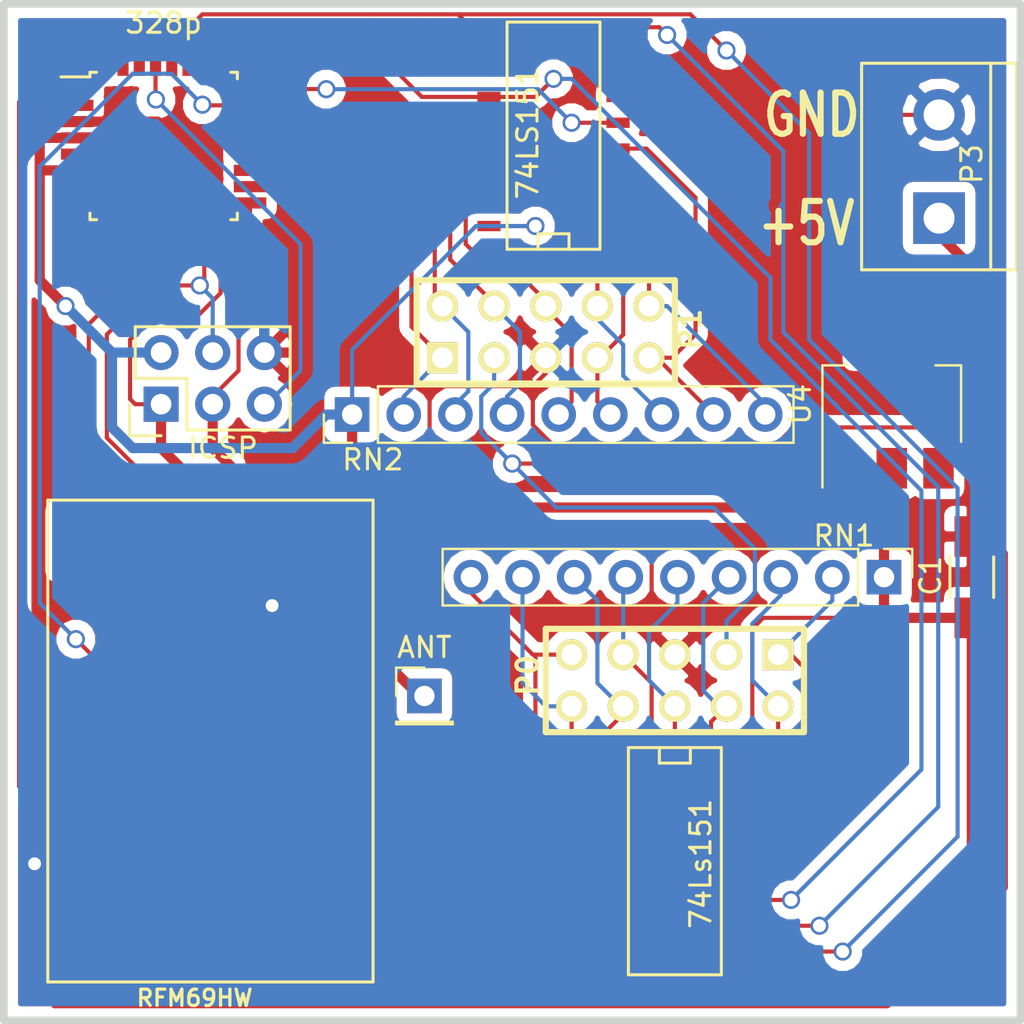
<source format=kicad_pcb>
(kicad_pcb (version 4) (host pcbnew 4.0.5-e0-6337~49~ubuntu16.04.1)

  (general
    (links 76)
    (no_connects 0)
    (area 133.809499 47.809499 185.039 98.190501)
    (thickness 1.6002)
    (drawings 6)
    (tracks 400)
    (zones 0)
    (modules 13)
    (nets 57)
  )

  (page A4)
  (title_block
    (date "4 apr 2014")
  )

  (layers
    (0 Dessus signal)
    (31 Dessous signal)
    (32 B.Adhes user)
    (33 F.Adhes user)
    (34 B.Paste user)
    (35 F.Paste user)
    (36 B.SilkS user)
    (37 F.SilkS user)
    (38 B.Mask user)
    (39 F.Mask user)
    (40 Dwgs.User user)
    (41 Cmts.User user)
    (42 Eco1.User user)
    (43 Eco2.User user)
    (44 Edge.Cuts user)
  )

  (setup
    (last_trace_width 0.2032)
    (user_trace_width 0.5)
    (user_trace_width 1.00076)
    (user_trace_width 1.99898)
    (user_trace_width 2.99974)
    (trace_clearance 0.254)
    (zone_clearance 0.508)
    (zone_45_only no)
    (trace_min 0.2032)
    (segment_width 0.381)
    (edge_width 0.381)
    (via_size 0.889)
    (via_drill 0.635)
    (via_min_size 0.889)
    (via_min_drill 0.508)
    (user_via 5.00126 2.99974)
    (uvia_size 0.508)
    (uvia_drill 0.127)
    (uvias_allowed no)
    (uvia_min_size 0.508)
    (uvia_min_drill 0.127)
    (pcb_text_width 0.3048)
    (pcb_text_size 1.524 2.032)
    (mod_edge_width 0.381)
    (mod_text_size 1.524 1.524)
    (mod_text_width 0.3048)
    (pad_size 1.524 1.524)
    (pad_drill 0.8128)
    (pad_to_mask_clearance 0.254)
    (aux_axis_origin 0 0)
    (visible_elements FFFFFF7F)
    (pcbplotparams
      (layerselection 0x010f0_80000001)
      (usegerberextensions true)
      (excludeedgelayer false)
      (linewidth 0.150000)
      (plotframeref false)
      (viasonmask false)
      (mode 1)
      (useauxorigin false)
      (hpglpennumber 1)
      (hpglpenspeed 20)
      (hpglpendiameter 15)
      (hpglpenoverlay 0)
      (psnegative false)
      (psa4output false)
      (plotreference true)
      (plotvalue true)
      (plotinvisibletext false)
      (padsonsilk false)
      (subtractmaskfromsilk false)
      (outputformat 1)
      (mirror false)
      (drillshape 0)
      (scaleselection 1)
      (outputdirectory GERBER/))
  )

  (net 0 "")
  (net 1 /IN0)
  (net 2 /IN1)
  (net 3 /IN10)
  (net 4 /IN11)
  (net 5 /IN12)
  (net 6 /IN13)
  (net 7 /IN14)
  (net 8 /IN15)
  (net 9 /IN2)
  (net 10 /IN3)
  (net 11 /IN4)
  (net 12 /IN5)
  (net 13 /IN6)
  (net 14 /IN7)
  (net 15 /IN8)
  (net 16 /IN9)
  (net 17 /RESET)
  (net 18 /MOSI)
  (net 19 /MISO)
  (net 20 /SCK)
  (net 21 "Net-(IC1-Pad1)")
  (net 22 "Net-(IC1-Pad2)")
  (net 23 "Net-(IC1-Pad7)")
  (net 24 "Net-(IC1-Pad8)")
  (net 25 "Net-(IC1-Pad9)")
  (net 26 "Net-(IC1-Pad10)")
  (net 27 "Net-(IC1-Pad11)")
  (net 28 "Net-(IC1-Pad12)")
  (net 29 /CE)
  (net 30 /CS)
  (net 31 "Net-(IC1-Pad18)")
  (net 32 "Net-(IC1-Pad19)")
  (net 33 "Net-(IC1-Pad20)")
  (net 34 "Net-(IC1-Pad22)")
  (net 35 /MUX1)
  (net 36 /MUX2)
  (net 37 /MUXA)
  (net 38 /MUXB)
  (net 39 /MUXC)
  (net 40 "Net-(IC1-Pad28)")
  (net 41 "Net-(IC1-Pad30)")
  (net 42 "Net-(IC1-Pad31)")
  (net 43 /IRQ)
  (net 44 "Net-(U1-Pad1)")
  (net 45 "Net-(U1-Pad3)")
  (net 46 "Net-(U1-Pad4)")
  (net 47 "Net-(U1-Pad5)")
  (net 48 "Net-(U1-Pad6)")
  (net 49 "Net-(U1-Pad7)")
  (net 50 "Net-(P4-Pad1)")
  (net 51 "Net-(U1-Pad16)")
  (net 52 /5VIN)
  (net 53 VCC)
  (net 54 GND)
  (net 55 "Net-(U2-Pad6)")
  (net 56 "Net-(U3-Pad6)")

  (net_class Default "Ceci est la Netclass par défaut"
    (clearance 0.254)
    (trace_width 0.2032)
    (via_dia 0.889)
    (via_drill 0.635)
    (uvia_dia 0.508)
    (uvia_drill 0.127)
    (add_net /5VIN)
    (add_net /CE)
    (add_net /CS)
    (add_net /IN0)
    (add_net /IN1)
    (add_net /IN10)
    (add_net /IN11)
    (add_net /IN12)
    (add_net /IN13)
    (add_net /IN14)
    (add_net /IN15)
    (add_net /IN2)
    (add_net /IN3)
    (add_net /IN4)
    (add_net /IN5)
    (add_net /IN6)
    (add_net /IN7)
    (add_net /IN8)
    (add_net /IN9)
    (add_net /IRQ)
    (add_net /MISO)
    (add_net /MOSI)
    (add_net /MUX1)
    (add_net /MUX2)
    (add_net /MUXA)
    (add_net /MUXB)
    (add_net /MUXC)
    (add_net /RESET)
    (add_net /SCK)
    (add_net GND)
    (add_net "Net-(IC1-Pad1)")
    (add_net "Net-(IC1-Pad10)")
    (add_net "Net-(IC1-Pad11)")
    (add_net "Net-(IC1-Pad12)")
    (add_net "Net-(IC1-Pad18)")
    (add_net "Net-(IC1-Pad19)")
    (add_net "Net-(IC1-Pad2)")
    (add_net "Net-(IC1-Pad20)")
    (add_net "Net-(IC1-Pad22)")
    (add_net "Net-(IC1-Pad28)")
    (add_net "Net-(IC1-Pad30)")
    (add_net "Net-(IC1-Pad31)")
    (add_net "Net-(IC1-Pad7)")
    (add_net "Net-(IC1-Pad8)")
    (add_net "Net-(IC1-Pad9)")
    (add_net "Net-(P4-Pad1)")
    (add_net "Net-(U1-Pad1)")
    (add_net "Net-(U1-Pad16)")
    (add_net "Net-(U1-Pad3)")
    (add_net "Net-(U1-Pad4)")
    (add_net "Net-(U1-Pad5)")
    (add_net "Net-(U1-Pad6)")
    (add_net "Net-(U1-Pad7)")
    (add_net "Net-(U2-Pad6)")
    (add_net "Net-(U3-Pad6)")
    (add_net VCC)
  )

  (module PIN_ARRAY_5x2 placed (layer Dessus) (tedit 586F7C20) (tstamp 53358B7E)
    (at 160.655 64.135)
    (descr "Double rangee de contacts 2 x 5 pins")
    (tags CONN)
    (path /53358968)
    (fp_text reference P1 (at 7.112 -0.127 90) (layer F.SilkS)
      (effects (font (size 1.016 1.016) (thickness 0.2032)))
    )
    (fp_text value CONN_10 (at 0 -3.81) (layer F.SilkS) hide
      (effects (font (size 1.016 1.016) (thickness 0.2032)))
    )
    (fp_line (start -6.35 -2.54) (end 6.35 -2.54) (layer F.SilkS) (width 0.3048))
    (fp_line (start 6.35 -2.54) (end 6.35 2.54) (layer F.SilkS) (width 0.3048))
    (fp_line (start 6.35 2.54) (end -6.35 2.54) (layer F.SilkS) (width 0.3048))
    (fp_line (start -6.35 2.54) (end -6.35 -2.54) (layer F.SilkS) (width 0.3048))
    (pad 1 thru_hole rect (at -5.08 1.27) (size 1.524 1.524) (drill 1.016) (layers *.Cu *.Mask F.SilkS)
      (net 1 /IN0))
    (pad 2 thru_hole circle (at -5.08 -1.27) (size 1.524 1.524) (drill 1.016) (layers *.Cu *.Mask F.SilkS)
      (net 2 /IN1))
    (pad 3 thru_hole circle (at -2.54 1.27) (size 1.524 1.524) (drill 1.016) (layers *.Cu *.Mask F.SilkS)
      (net 52 /5VIN))
    (pad 4 thru_hole circle (at -2.54 -1.27) (size 1.524 1.524) (drill 1.016) (layers *.Cu *.Mask F.SilkS)
      (net 9 /IN2))
    (pad 5 thru_hole circle (at 0 1.27) (size 1.524 1.524) (drill 1.016) (layers *.Cu *.Mask F.SilkS)
      (net 54 GND))
    (pad 6 thru_hole circle (at 0 -1.27) (size 1.524 1.524) (drill 1.016) (layers *.Cu *.Mask F.SilkS)
      (net 10 /IN3))
    (pad 7 thru_hole circle (at 2.54 1.27) (size 1.524 1.524) (drill 1.016) (layers *.Cu *.Mask F.SilkS)
      (net 11 /IN4))
    (pad 8 thru_hole circle (at 2.54 -1.27) (size 1.524 1.524) (drill 1.016) (layers *.Cu *.Mask F.SilkS)
      (net 12 /IN5))
    (pad 9 thru_hole circle (at 5.08 1.27) (size 1.524 1.524) (drill 1.016) (layers *.Cu *.Mask F.SilkS)
      (net 13 /IN6))
    (pad 10 thru_hole circle (at 5.08 -1.27) (size 1.524 1.524) (drill 1.016) (layers *.Cu *.Mask F.SilkS)
      (net 14 /IN7))
    (model pin_array/pins_array_5x2.wrl
      (at (xyz 0 0 0))
      (scale (xyz 1 1 1))
      (rotate (xyz 0 0 0))
    )
  )

  (module PIN_ARRAY_5x2 placed (layer Dessus) (tedit 586F7C25) (tstamp 53358B80)
    (at 167.005 81.28 180)
    (descr "Double rangee de contacts 2 x 5 pins")
    (tags CONN)
    (path /533587CD)
    (fp_text reference P0 (at 7.239 0.254 450) (layer F.SilkS)
      (effects (font (size 1.016 1.016) (thickness 0.2032)))
    )
    (fp_text value CONN_10 (at 0 -3.81 180) (layer F.SilkS) hide
      (effects (font (size 1.016 1.016) (thickness 0.2032)))
    )
    (fp_line (start -6.35 -2.54) (end 6.35 -2.54) (layer F.SilkS) (width 0.3048))
    (fp_line (start 6.35 -2.54) (end 6.35 2.54) (layer F.SilkS) (width 0.3048))
    (fp_line (start 6.35 2.54) (end -6.35 2.54) (layer F.SilkS) (width 0.3048))
    (fp_line (start -6.35 2.54) (end -6.35 -2.54) (layer F.SilkS) (width 0.3048))
    (pad 1 thru_hole rect (at -5.08 1.27 180) (size 1.524 1.524) (drill 1.016) (layers *.Cu *.Mask F.SilkS)
      (net 15 /IN8))
    (pad 2 thru_hole circle (at -5.08 -1.27 180) (size 1.524 1.524) (drill 1.016) (layers *.Cu *.Mask F.SilkS)
      (net 16 /IN9))
    (pad 3 thru_hole circle (at -2.54 1.27 180) (size 1.524 1.524) (drill 1.016) (layers *.Cu *.Mask F.SilkS)
      (net 52 /5VIN))
    (pad 4 thru_hole circle (at -2.54 -1.27 180) (size 1.524 1.524) (drill 1.016) (layers *.Cu *.Mask F.SilkS)
      (net 3 /IN10))
    (pad 5 thru_hole circle (at 0 1.27 180) (size 1.524 1.524) (drill 1.016) (layers *.Cu *.Mask F.SilkS)
      (net 54 GND))
    (pad 6 thru_hole circle (at 0 -1.27 180) (size 1.524 1.524) (drill 1.016) (layers *.Cu *.Mask F.SilkS)
      (net 4 /IN11))
    (pad 7 thru_hole circle (at 2.54 1.27 180) (size 1.524 1.524) (drill 1.016) (layers *.Cu *.Mask F.SilkS)
      (net 5 /IN12))
    (pad 8 thru_hole circle (at 2.54 -1.27 180) (size 1.524 1.524) (drill 1.016) (layers *.Cu *.Mask F.SilkS)
      (net 6 /IN13))
    (pad 9 thru_hole circle (at 5.08 1.27 180) (size 1.524 1.524) (drill 1.016) (layers *.Cu *.Mask F.SilkS)
      (net 7 /IN14))
    (pad 10 thru_hole circle (at 5.08 -1.27 180) (size 1.524 1.524) (drill 1.016) (layers *.Cu *.Mask F.SilkS)
      (net 8 /IN15))
    (model pin_array/pins_array_5x2.wrl
      (at (xyz 0 0 0))
      (scale (xyz 1 1 1))
      (rotate (xyz 0 0 0))
    )
  )

  (module Pin_Headers:Pin_Header_Straight_2x03 (layer Dessus) (tedit 587DCCC8) (tstamp 585BEB5F)
    (at 141.732 67.691 90)
    (descr "Through hole pin header")
    (tags "pin header")
    (path /585BF951)
    (fp_text reference ICSP (at -2.159 3.048 180) (layer F.SilkS)
      (effects (font (size 1 1) (thickness 0.15)))
    )
    (fp_text value ICSP (at -2.159 3.048 180) (layer F.Fab)
      (effects (font (size 1 1) (thickness 0.15)))
    )
    (fp_line (start -1.27 1.27) (end -1.27 6.35) (layer F.SilkS) (width 0.15))
    (fp_line (start -1.55 -1.55) (end 0 -1.55) (layer F.SilkS) (width 0.15))
    (fp_line (start -1.75 -1.75) (end -1.75 6.85) (layer F.CrtYd) (width 0.05))
    (fp_line (start 4.3 -1.75) (end 4.3 6.85) (layer F.CrtYd) (width 0.05))
    (fp_line (start -1.75 -1.75) (end 4.3 -1.75) (layer F.CrtYd) (width 0.05))
    (fp_line (start -1.75 6.85) (end 4.3 6.85) (layer F.CrtYd) (width 0.05))
    (fp_line (start 1.27 -1.27) (end 1.27 1.27) (layer F.SilkS) (width 0.15))
    (fp_line (start 1.27 1.27) (end -1.27 1.27) (layer F.SilkS) (width 0.15))
    (fp_line (start -1.27 6.35) (end 3.81 6.35) (layer F.SilkS) (width 0.15))
    (fp_line (start 3.81 6.35) (end 3.81 1.27) (layer F.SilkS) (width 0.15))
    (fp_line (start -1.55 -1.55) (end -1.55 0) (layer F.SilkS) (width 0.15))
    (fp_line (start 3.81 -1.27) (end 1.27 -1.27) (layer F.SilkS) (width 0.15))
    (fp_line (start 3.81 1.27) (end 3.81 -1.27) (layer F.SilkS) (width 0.15))
    (pad 1 thru_hole rect (at 0 0 90) (size 1.7272 1.7272) (drill 1.016) (layers *.Cu *.Mask)
      (net 19 /MISO))
    (pad 2 thru_hole oval (at 2.54 0 90) (size 1.7272 1.7272) (drill 1.016) (layers *.Cu *.Mask)
      (net 53 VCC))
    (pad 3 thru_hole oval (at 0 2.54 90) (size 1.7272 1.7272) (drill 1.016) (layers *.Cu *.Mask)
      (net 20 /SCK))
    (pad 4 thru_hole oval (at 2.54 2.54 90) (size 1.7272 1.7272) (drill 1.016) (layers *.Cu *.Mask)
      (net 18 /MOSI))
    (pad 5 thru_hole oval (at 0 5.08 90) (size 1.7272 1.7272) (drill 1.016) (layers *.Cu *.Mask)
      (net 17 /RESET))
    (pad 6 thru_hole oval (at 2.54 5.08 90) (size 1.7272 1.7272) (drill 1.016) (layers *.Cu *.Mask)
      (net 54 GND))
    (model Pin_Headers.3dshapes/Pin_Header_Straight_2x03.wrl
      (at (xyz 0.05 -0.1 0))
      (scale (xyz 1 1 1))
      (rotate (xyz 0 0 90))
    )
  )

  (module Connectors:bornier2 (layer Dessus) (tedit 586F7C06) (tstamp 585BEB65)
    (at 180 56 90)
    (descr "Bornier d'alimentation 2 pins")
    (tags DEV)
    (path /585BE825)
    (fp_text reference P3 (at 0.12 1.61 90) (layer F.SilkS)
      (effects (font (size 1 1) (thickness 0.15)))
    )
    (fp_text value 5VIN (at -5.976 -0.168 180) (layer F.Fab)
      (effects (font (size 1 1) (thickness 0.15)))
    )
    (fp_line (start 5.08 2.54) (end -5.08 2.54) (layer F.SilkS) (width 0.15))
    (fp_line (start 5.08 3.81) (end 5.08 -3.81) (layer F.SilkS) (width 0.15))
    (fp_line (start 5.08 -3.81) (end -5.08 -3.81) (layer F.SilkS) (width 0.15))
    (fp_line (start -5.08 -3.81) (end -5.08 3.81) (layer F.SilkS) (width 0.15))
    (fp_line (start -5.08 3.81) (end 5.08 3.81) (layer F.SilkS) (width 0.15))
    (pad 1 thru_hole rect (at -2.54 0 90) (size 2.54 2.54) (drill 1.524) (layers *.Cu *.Mask)
      (net 52 /5VIN))
    (pad 2 thru_hole circle (at 2.54 0 90) (size 2.54 2.54) (drill 1.524) (layers *.Cu *.Mask)
      (net 54 GND))
    (model Connect.3dshapes/bornier2.wrl
      (at (xyz 0 0 0))
      (scale (xyz 1 1 1))
      (rotate (xyz 0 0 0))
    )
  )

  (module Housings_QFP:TQFP-32_7x7mm_Pitch0.8mm (layer Dessus) (tedit 587DCC93) (tstamp 586F7133)
    (at 141.859 54.991)
    (descr "32-Lead Plastic Thin Quad Flatpack (PT) - 7x7x1.0 mm Body, 2.00 mm [TQFP] (see Microchip Packaging Specification 00000049BS.pdf)")
    (tags "QFP 0.8")
    (path /586F637E)
    (attr smd)
    (fp_text reference 328p (at 0 -6.05) (layer F.SilkS)
      (effects (font (size 1 1) (thickness 0.15)))
    )
    (fp_text value ATMEGA328-A (at 0 0) (layer F.Fab)
      (effects (font (size 1 1) (thickness 0.15)))
    )
    (fp_text user %R (at 0 0) (layer F.Fab)
      (effects (font (size 1 1) (thickness 0.15)))
    )
    (fp_line (start -2.5 -3.5) (end 3.5 -3.5) (layer F.Fab) (width 0.15))
    (fp_line (start 3.5 -3.5) (end 3.5 3.5) (layer F.Fab) (width 0.15))
    (fp_line (start 3.5 3.5) (end -3.5 3.5) (layer F.Fab) (width 0.15))
    (fp_line (start -3.5 3.5) (end -3.5 -2.5) (layer F.Fab) (width 0.15))
    (fp_line (start -3.5 -2.5) (end -2.5 -3.5) (layer F.Fab) (width 0.15))
    (fp_line (start -5.3 -5.3) (end -5.3 5.3) (layer F.CrtYd) (width 0.05))
    (fp_line (start 5.3 -5.3) (end 5.3 5.3) (layer F.CrtYd) (width 0.05))
    (fp_line (start -5.3 -5.3) (end 5.3 -5.3) (layer F.CrtYd) (width 0.05))
    (fp_line (start -5.3 5.3) (end 5.3 5.3) (layer F.CrtYd) (width 0.05))
    (fp_line (start -3.625 -3.625) (end -3.625 -3.4) (layer F.SilkS) (width 0.15))
    (fp_line (start 3.625 -3.625) (end 3.625 -3.3) (layer F.SilkS) (width 0.15))
    (fp_line (start 3.625 3.625) (end 3.625 3.3) (layer F.SilkS) (width 0.15))
    (fp_line (start -3.625 3.625) (end -3.625 3.3) (layer F.SilkS) (width 0.15))
    (fp_line (start -3.625 -3.625) (end -3.3 -3.625) (layer F.SilkS) (width 0.15))
    (fp_line (start -3.625 3.625) (end -3.3 3.625) (layer F.SilkS) (width 0.15))
    (fp_line (start 3.625 3.625) (end 3.3 3.625) (layer F.SilkS) (width 0.15))
    (fp_line (start 3.625 -3.625) (end 3.3 -3.625) (layer F.SilkS) (width 0.15))
    (fp_line (start -3.625 -3.4) (end -5.05 -3.4) (layer F.SilkS) (width 0.15))
    (pad 1 smd rect (at -4.25 -2.8) (size 1.6 0.55) (layers Dessus F.Paste F.Mask)
      (net 21 "Net-(IC1-Pad1)"))
    (pad 2 smd rect (at -4.25 -2) (size 1.6 0.55) (layers Dessus F.Paste F.Mask)
      (net 22 "Net-(IC1-Pad2)"))
    (pad 3 smd rect (at -4.25 -1.2) (size 1.6 0.55) (layers Dessus F.Paste F.Mask)
      (net 54 GND))
    (pad 4 smd rect (at -4.25 -0.4) (size 1.6 0.55) (layers Dessus F.Paste F.Mask)
      (net 53 VCC))
    (pad 5 smd rect (at -4.25 0.4) (size 1.6 0.55) (layers Dessus F.Paste F.Mask)
      (net 54 GND))
    (pad 6 smd rect (at -4.25 1.2) (size 1.6 0.55) (layers Dessus F.Paste F.Mask)
      (net 53 VCC))
    (pad 7 smd rect (at -4.25 2) (size 1.6 0.55) (layers Dessus F.Paste F.Mask)
      (net 23 "Net-(IC1-Pad7)"))
    (pad 8 smd rect (at -4.25 2.8) (size 1.6 0.55) (layers Dessus F.Paste F.Mask)
      (net 24 "Net-(IC1-Pad8)"))
    (pad 9 smd rect (at -2.8 4.25 90) (size 1.6 0.55) (layers Dessus F.Paste F.Mask)
      (net 25 "Net-(IC1-Pad9)"))
    (pad 10 smd rect (at -2 4.25 90) (size 1.6 0.55) (layers Dessus F.Paste F.Mask)
      (net 26 "Net-(IC1-Pad10)"))
    (pad 11 smd rect (at -1.2 4.25 90) (size 1.6 0.55) (layers Dessus F.Paste F.Mask)
      (net 27 "Net-(IC1-Pad11)"))
    (pad 12 smd rect (at -0.4 4.25 90) (size 1.6 0.55) (layers Dessus F.Paste F.Mask)
      (net 28 "Net-(IC1-Pad12)"))
    (pad 13 smd rect (at 0.4 4.25 90) (size 1.6 0.55) (layers Dessus F.Paste F.Mask)
      (net 29 /CE))
    (pad 14 smd rect (at 1.2 4.25 90) (size 1.6 0.55) (layers Dessus F.Paste F.Mask)
      (net 30 /CS))
    (pad 15 smd rect (at 2 4.25 90) (size 1.6 0.55) (layers Dessus F.Paste F.Mask)
      (net 18 /MOSI))
    (pad 16 smd rect (at 2.8 4.25 90) (size 1.6 0.55) (layers Dessus F.Paste F.Mask)
      (net 19 /MISO))
    (pad 17 smd rect (at 4.25 2.8) (size 1.6 0.55) (layers Dessus F.Paste F.Mask)
      (net 20 /SCK))
    (pad 18 smd rect (at 4.25 2) (size 1.6 0.55) (layers Dessus F.Paste F.Mask)
      (net 31 "Net-(IC1-Pad18)"))
    (pad 19 smd rect (at 4.25 1.2) (size 1.6 0.55) (layers Dessus F.Paste F.Mask)
      (net 32 "Net-(IC1-Pad19)"))
    (pad 20 smd rect (at 4.25 0.4) (size 1.6 0.55) (layers Dessus F.Paste F.Mask)
      (net 33 "Net-(IC1-Pad20)"))
    (pad 21 smd rect (at 4.25 -0.4) (size 1.6 0.55) (layers Dessus F.Paste F.Mask)
      (net 54 GND))
    (pad 22 smd rect (at 4.25 -1.2) (size 1.6 0.55) (layers Dessus F.Paste F.Mask)
      (net 34 "Net-(IC1-Pad22)"))
    (pad 23 smd rect (at 4.25 -2) (size 1.6 0.55) (layers Dessus F.Paste F.Mask)
      (net 35 /MUX1))
    (pad 24 smd rect (at 4.25 -2.8) (size 1.6 0.55) (layers Dessus F.Paste F.Mask)
      (net 36 /MUX2))
    (pad 25 smd rect (at 2.8 -4.25 90) (size 1.6 0.55) (layers Dessus F.Paste F.Mask)
      (net 37 /MUXA))
    (pad 26 smd rect (at 2 -4.25 90) (size 1.6 0.55) (layers Dessus F.Paste F.Mask)
      (net 38 /MUXB))
    (pad 27 smd rect (at 1.2 -4.25 90) (size 1.6 0.55) (layers Dessus F.Paste F.Mask)
      (net 39 /MUXC))
    (pad 28 smd rect (at 0.4 -4.25 90) (size 1.6 0.55) (layers Dessus F.Paste F.Mask)
      (net 40 "Net-(IC1-Pad28)"))
    (pad 29 smd rect (at -0.4 -4.25 90) (size 1.6 0.55) (layers Dessus F.Paste F.Mask)
      (net 17 /RESET))
    (pad 30 smd rect (at -1.2 -4.25 90) (size 1.6 0.55) (layers Dessus F.Paste F.Mask)
      (net 41 "Net-(IC1-Pad30)"))
    (pad 31 smd rect (at -2 -4.25 90) (size 1.6 0.55) (layers Dessus F.Paste F.Mask)
      (net 42 "Net-(IC1-Pad31)"))
    (pad 32 smd rect (at -2.8 -4.25 90) (size 1.6 0.55) (layers Dessus F.Paste F.Mask)
      (net 43 /IRQ))
    (model Housings_QFP.3dshapes/TQFP-32_7x7mm_Pitch0.8mm.wrl
      (at (xyz 0 0 0))
      (scale (xyz 1 1 1))
      (rotate (xyz 0 0 0))
    )
  )

  (module Mysensors_Radio:RFM69HW_SMD_Handsoldering (layer Dessus) (tedit 587DCCB0) (tstamp 586F7153)
    (at 137.16 92.71 90)
    (descr RFM69HW)
    (tags "RFM69HW, RF69")
    (path /586F4B1A)
    (fp_text reference RFM69HW (at -4.191 6.223 180) (layer F.SilkS)
      (effects (font (size 0.8 0.8) (thickness 0.16)))
    )
    (fp_text value RFM69HW (at 8.382 7.112 90) (layer F.Fab) hide
      (effects (font (size 0.8 0.8) (thickness 0.16)))
    )
    (fp_line (start -3.4 15) (end -3.4 -1) (layer F.SilkS) (width 0.15))
    (fp_line (start 20.3 15) (end -3.4 15) (layer F.SilkS) (width 0.15))
    (fp_line (start 20.3 -1) (end 20.3 15) (layer F.SilkS) (width 0.15))
    (fp_line (start -3.4 -1) (end 20.3 -1) (layer F.SilkS) (width 0.15))
    (fp_line (start -3.4 15) (end 20.3 15) (layer F.CrtYd) (width 0.15))
    (fp_line (start 20.3 -1) (end 20.3 15) (layer F.CrtYd) (width 0.15))
    (fp_line (start -3.4 -1) (end -3.4 15) (layer F.CrtYd) (width 0.15))
    (fp_line (start -3.4 -1) (end 20.3 -1) (layer F.CrtYd) (width 0.15))
    (fp_line (start 20.3 -1) (end 20.3 15) (layer B.CrtYd) (width 0.15))
    (fp_line (start -3.4 -1) (end -3.4 15) (layer B.CrtYd) (width 0.15))
    (fp_line (start -3.4 15) (end 20.3 15) (layer B.CrtYd) (width 0.15))
    (fp_line (start -3.4 -1) (end 20.3 -1) (layer B.CrtYd) (width 0.15))
    (pad 1 smd rect (at -1.4 0 90) (size 3 1.2) (layers Dessus F.Paste F.Mask)
      (net 44 "Net-(U1-Pad1)"))
    (pad 2 smd rect (at -1.4 2 90) (size 3 1.2) (layers Dessus F.Paste F.Mask)
      (net 43 /IRQ))
    (pad 3 smd rect (at -1.4 4 90) (size 3 1.2) (layers Dessus F.Paste F.Mask)
      (net 45 "Net-(U1-Pad3)"))
    (pad 4 smd rect (at -1.4 6 90) (size 3 1.2) (layers Dessus F.Paste F.Mask)
      (net 46 "Net-(U1-Pad4)"))
    (pad 5 smd rect (at -1.4 8 90) (size 3 1.2) (layers Dessus F.Paste F.Mask)
      (net 47 "Net-(U1-Pad5)"))
    (pad 6 smd rect (at -1.4 10 90) (size 3 1.2) (layers Dessus F.Paste F.Mask)
      (net 48 "Net-(U1-Pad6)"))
    (pad 7 smd rect (at -1.4 12 90) (size 3 1.2) (layers Dessus F.Paste F.Mask)
      (net 49 "Net-(U1-Pad7)"))
    (pad 8 smd rect (at -1.4 14 90) (size 3 1.2) (layers Dessus F.Paste F.Mask)
      (net 53 VCC))
    (pad 9 smd rect (at 18.3 14 90) (size 3 1.2) (layers Dessus F.Paste F.Mask)
      (net 54 GND))
    (pad 10 smd rect (at 18.3 12 90) (size 3 1.2) (layers Dessus F.Paste F.Mask)
      (net 50 "Net-(P4-Pad1)"))
    (pad 11 smd rect (at 18.3 10 90) (size 3 1.2) (layers Dessus F.Paste F.Mask)
      (net 54 GND))
    (pad 12 smd rect (at 18.3 8 90) (size 3 1.2) (layers Dessus F.Paste F.Mask)
      (net 20 /SCK))
    (pad 13 smd rect (at 18.3 6 90) (size 3 1.2) (layers Dessus F.Paste F.Mask)
      (net 19 /MISO))
    (pad 14 smd rect (at 18.3 4 90) (size 3 1.2) (layers Dessus F.Paste F.Mask)
      (net 18 /MOSI))
    (pad 15 smd rect (at 18.3 2 90) (size 3 1.2) (layers Dessus F.Paste F.Mask)
      (net 30 /CS))
    (pad 16 smd rect (at 18.3 0 90) (size 3 1.2) (layers Dessus F.Paste F.Mask)
      (net 51 "Net-(U1-Pad16)"))
    (model ${MYSLOCAL}/mysensors.3dshapes/mysensors_radios.3dshapes/rfm69hw.wrl
      (at (xyz 0.332 -0.275 0.03))
      (scale (xyz 0.395 0.395 0.395))
      (rotate (xyz 0 0 180))
    )
    (model Crystals.3dshapes/crystal_FA238-TSX3225.wrl
      (at (xyz 0.332 -0.08 0.06))
      (scale (xyz 0.24 0.24 0.24))
      (rotate (xyz 0 0 90))
    )
    (model Housings_DFN_QFN.3dshapes/QFN-28-1EP_5x5mm_Pitch0.5mm.wrl
      (at (xyz 0.204 -0.445 0.06))
      (scale (xyz 1 1 1))
      (rotate (xyz 0 0 0))
    )
  )

  (module TO_SOT_Packages_SMD:SOT-223 (layer Dessus) (tedit 583F3B4E) (tstamp 586F71AF)
    (at 177.673 67.691 90)
    (descr "module CMS SOT223 4 pins")
    (tags "CMS SOT")
    (path /586F4C76)
    (attr smd)
    (fp_text reference U4 (at 0 -4.5 90) (layer F.SilkS)
      (effects (font (size 1 1) (thickness 0.15)))
    )
    (fp_text value AMS1117 (at 0 4.5 90) (layer F.Fab)
      (effects (font (size 1 1) (thickness 0.15)))
    )
    (fp_line (start 1.91 3.41) (end 1.91 2.15) (layer F.SilkS) (width 0.12))
    (fp_line (start 1.91 -3.41) (end 1.91 -2.15) (layer F.SilkS) (width 0.12))
    (fp_line (start 4.4 -3.6) (end -4.4 -3.6) (layer F.CrtYd) (width 0.05))
    (fp_line (start 4.4 3.6) (end 4.4 -3.6) (layer F.CrtYd) (width 0.05))
    (fp_line (start -4.4 3.6) (end 4.4 3.6) (layer F.CrtYd) (width 0.05))
    (fp_line (start -4.4 -3.6) (end -4.4 3.6) (layer F.CrtYd) (width 0.05))
    (fp_line (start -1.85 -3.35) (end -1.85 3.35) (layer F.Fab) (width 0.15))
    (fp_line (start -1.85 3.41) (end 1.91 3.41) (layer F.SilkS) (width 0.12))
    (fp_line (start -1.85 -3.35) (end 1.85 -3.35) (layer F.Fab) (width 0.15))
    (fp_line (start -4.1 -3.41) (end 1.91 -3.41) (layer F.SilkS) (width 0.12))
    (fp_line (start -1.85 3.35) (end 1.85 3.35) (layer F.Fab) (width 0.15))
    (fp_line (start 1.85 -3.35) (end 1.85 3.35) (layer F.Fab) (width 0.15))
    (pad 4 smd rect (at 3.15 0 90) (size 2 3.8) (layers Dessus F.Paste F.Mask))
    (pad 2 smd rect (at -3.15 0 90) (size 2 1.5) (layers Dessus F.Paste F.Mask)
      (net 53 VCC))
    (pad 3 smd rect (at -3.15 2.3 90) (size 2 1.5) (layers Dessus F.Paste F.Mask)
      (net 52 /5VIN))
    (pad 1 smd rect (at -3.15 -2.3 90) (size 2 1.5) (layers Dessus F.Paste F.Mask)
      (net 54 GND))
    (model TO_SOT_Packages_SMD.3dshapes/SOT-223.wrl
      (at (xyz 0 0 0))
      (scale (xyz 0.4 0.4 0.4))
      (rotate (xyz 0 0 90))
    )
  )

  (module Resistors_SMD:R_1206_HandSoldering (layer Dessus) (tedit 587DCCD5) (tstamp 586FA07C)
    (at 181.61 76.2 90)
    (descr "Resistor SMD 1206, hand soldering")
    (tags "resistor 1206")
    (path /585BECD4)
    (attr smd)
    (fp_text reference C1 (at 0.0635 -2.032 90) (layer F.SilkS)
      (effects (font (size 1 1) (thickness 0.15)))
    )
    (fp_text value 10uF (at 0 2.3 90) (layer F.Fab)
      (effects (font (size 1 1) (thickness 0.15)))
    )
    (fp_line (start -1.6 0.8) (end -1.6 -0.8) (layer F.Fab) (width 0.1))
    (fp_line (start 1.6 0.8) (end -1.6 0.8) (layer F.Fab) (width 0.1))
    (fp_line (start 1.6 -0.8) (end 1.6 0.8) (layer F.Fab) (width 0.1))
    (fp_line (start -1.6 -0.8) (end 1.6 -0.8) (layer F.Fab) (width 0.1))
    (fp_line (start -3.3 -1.2) (end 3.3 -1.2) (layer F.CrtYd) (width 0.05))
    (fp_line (start -3.3 1.2) (end 3.3 1.2) (layer F.CrtYd) (width 0.05))
    (fp_line (start -3.3 -1.2) (end -3.3 1.2) (layer F.CrtYd) (width 0.05))
    (fp_line (start 3.3 -1.2) (end 3.3 1.2) (layer F.CrtYd) (width 0.05))
    (fp_line (start 1 1.075) (end -1 1.075) (layer F.SilkS) (width 0.15))
    (fp_line (start -1 -1.075) (end 1 -1.075) (layer F.SilkS) (width 0.15))
    (pad 1 smd rect (at -2 0 90) (size 2 1.7) (layers Dessus F.Paste F.Mask)
      (net 53 VCC))
    (pad 2 smd rect (at 2 0 90) (size 2 1.7) (layers Dessus F.Paste F.Mask)
      (net 54 GND))
    (model Resistors_SMD.3dshapes/R_1206_HandSoldering.wrl
      (at (xyz 0 0 0))
      (scale (xyz 1 1 1))
      (rotate (xyz 0 0 0))
    )
  )

  (module Pin_Headers:Pin_Header_Straight_1x01_Pitch2.54mm (layer Dessus) (tedit 587DCCA7) (tstamp 586FFC7A)
    (at 154.686 82.042)
    (descr "Through hole straight pin header, 1x01, 2.54mm pitch, single row")
    (tags "Through hole pin header THT 1x01 2.54mm single row")
    (path /586F5445)
    (fp_text reference ANT (at 0 -2.39) (layer F.SilkS)
      (effects (font (size 1 1) (thickness 0.15)))
    )
    (fp_text value ANT (at 0 2.39) (layer F.Fab)
      (effects (font (size 1 1) (thickness 0.15)))
    )
    (fp_line (start -1.27 -1.27) (end -1.27 1.27) (layer F.Fab) (width 0.1))
    (fp_line (start -1.27 1.27) (end 1.27 1.27) (layer F.Fab) (width 0.1))
    (fp_line (start 1.27 1.27) (end 1.27 -1.27) (layer F.Fab) (width 0.1))
    (fp_line (start 1.27 -1.27) (end -1.27 -1.27) (layer F.Fab) (width 0.1))
    (fp_line (start -1.39 1.27) (end -1.39 1.39) (layer F.SilkS) (width 0.12))
    (fp_line (start -1.39 1.39) (end 1.39 1.39) (layer F.SilkS) (width 0.12))
    (fp_line (start 1.39 1.39) (end 1.39 1.27) (layer F.SilkS) (width 0.12))
    (fp_line (start 1.39 1.27) (end -1.39 1.27) (layer F.SilkS) (width 0.12))
    (fp_line (start -1.39 0) (end -1.39 -1.39) (layer F.SilkS) (width 0.12))
    (fp_line (start -1.39 -1.39) (end 0 -1.39) (layer F.SilkS) (width 0.12))
    (fp_line (start -1.6 -1.6) (end -1.6 1.6) (layer F.CrtYd) (width 0.05))
    (fp_line (start -1.6 1.6) (end 1.6 1.6) (layer F.CrtYd) (width 0.05))
    (fp_line (start 1.6 1.6) (end 1.6 -1.6) (layer F.CrtYd) (width 0.05))
    (fp_line (start 1.6 -1.6) (end -1.6 -1.6) (layer F.CrtYd) (width 0.05))
    (pad 1 thru_hole rect (at 0 0) (size 1.7 1.7) (drill 1) (layers *.Cu *.Mask)
      (net 50 "Net-(P4-Pad1)"))
    (model Pin_Headers.3dshapes/Pin_Header_Straight_1x01_Pitch2.54mm.wrl
      (at (xyz 0 0 0))
      (scale (xyz 1 1 1))
      (rotate (xyz 0 0 90))
    )
  )

  (module SMD_Packages:SO-16-N (layer Dessus) (tedit 587DCC8E) (tstamp 587029DC)
    (at 161.036 54.483 90)
    (descr "Module CMS SOJ 16 pins large")
    (tags "CMS SOJ")
    (path /58735F76)
    (attr smd)
    (fp_text reference 74LS151 (at 0.127 -1.27 90) (layer F.SilkS)
      (effects (font (size 1 1) (thickness 0.15)))
    )
    (fp_text value 74LS151 (at 0 1.27 90) (layer F.Fab)
      (effects (font (size 1 1) (thickness 0.15)))
    )
    (fp_line (start -5.588 -0.762) (end -4.826 -0.762) (layer F.SilkS) (width 0.15))
    (fp_line (start -4.826 -0.762) (end -4.826 0.762) (layer F.SilkS) (width 0.15))
    (fp_line (start -4.826 0.762) (end -5.588 0.762) (layer F.SilkS) (width 0.15))
    (fp_line (start 5.588 -2.286) (end 5.588 2.286) (layer F.SilkS) (width 0.15))
    (fp_line (start 5.588 2.286) (end -5.588 2.286) (layer F.SilkS) (width 0.15))
    (fp_line (start -5.588 2.286) (end -5.588 -2.286) (layer F.SilkS) (width 0.15))
    (fp_line (start -5.588 -2.286) (end 5.588 -2.286) (layer F.SilkS) (width 0.15))
    (pad 16 smd rect (at -4.445 -3.175 90) (size 0.508 1.143) (layers Dessus F.Paste F.Mask)
      (net 53 VCC))
    (pad 14 smd rect (at -1.905 -3.175 90) (size 0.508 1.143) (layers Dessus F.Paste F.Mask)
      (net 9 /IN2))
    (pad 13 smd rect (at -0.635 -3.175 90) (size 0.508 1.143) (layers Dessus F.Paste F.Mask)
      (net 2 /IN1))
    (pad 12 smd rect (at 0.635 -3.175 90) (size 0.508 1.143) (layers Dessus F.Paste F.Mask)
      (net 1 /IN0))
    (pad 11 smd rect (at 1.905 -3.175 90) (size 0.508 1.143) (layers Dessus F.Paste F.Mask)
      (net 37 /MUXA))
    (pad 10 smd rect (at 3.175 -3.175 90) (size 0.508 1.143) (layers Dessus F.Paste F.Mask)
      (net 38 /MUXB))
    (pad 9 smd rect (at 4.445 -3.175 90) (size 0.508 1.143) (layers Dessus F.Paste F.Mask)
      (net 39 /MUXC))
    (pad 8 smd rect (at 4.445 3.175 90) (size 0.508 1.143) (layers Dessus F.Paste F.Mask)
      (net 54 GND))
    (pad 7 smd rect (at 3.175 3.175 90) (size 0.508 1.143) (layers Dessus F.Paste F.Mask)
      (net 54 GND))
    (pad 6 smd rect (at 1.905 3.175 90) (size 0.508 1.143) (layers Dessus F.Paste F.Mask)
      (net 55 "Net-(U2-Pad6)"))
    (pad 5 smd rect (at 0.635 3.175 90) (size 0.508 1.143) (layers Dessus F.Paste F.Mask)
      (net 36 /MUX2))
    (pad 4 smd rect (at -0.635 3.175 90) (size 0.508 1.143) (layers Dessus F.Paste F.Mask)
      (net 13 /IN6))
    (pad 3 smd rect (at -1.905 3.175 90) (size 0.508 1.143) (layers Dessus F.Paste F.Mask)
      (net 14 /IN7))
    (pad 2 smd rect (at -3.175 3.175 90) (size 0.508 1.143) (layers Dessus F.Paste F.Mask)
      (net 12 /IN5))
    (pad 1 smd rect (at -4.445 3.175 90) (size 0.508 1.143) (layers Dessus F.Paste F.Mask)
      (net 11 /IN4))
    (pad 15 smd rect (at -3.175 -3.175 90) (size 0.508 1.143) (layers Dessus F.Paste F.Mask)
      (net 10 /IN3))
    (model SMD_Packages.3dshapes/SO-16-N.wrl
      (at (xyz 0 0 0))
      (scale (xyz 0.5 0.4 0.5))
      (rotate (xyz 0 0 0))
    )
  )

  (module SMD_Packages:SO-16-N (layer Dessus) (tedit 587DCC9D) (tstamp 587029F0)
    (at 167.005 90.17 270)
    (descr "Module CMS SOJ 16 pins large")
    (tags "CMS SOJ")
    (path /587360A5)
    (attr smd)
    (fp_text reference 74Ls151 (at 0.127 -1.27 270) (layer F.SilkS)
      (effects (font (size 1 1) (thickness 0.15)))
    )
    (fp_text value 74LS151 (at 0 1.27 270) (layer F.Fab)
      (effects (font (size 1 1) (thickness 0.15)))
    )
    (fp_line (start -5.588 -0.762) (end -4.826 -0.762) (layer F.SilkS) (width 0.15))
    (fp_line (start -4.826 -0.762) (end -4.826 0.762) (layer F.SilkS) (width 0.15))
    (fp_line (start -4.826 0.762) (end -5.588 0.762) (layer F.SilkS) (width 0.15))
    (fp_line (start 5.588 -2.286) (end 5.588 2.286) (layer F.SilkS) (width 0.15))
    (fp_line (start 5.588 2.286) (end -5.588 2.286) (layer F.SilkS) (width 0.15))
    (fp_line (start -5.588 2.286) (end -5.588 -2.286) (layer F.SilkS) (width 0.15))
    (fp_line (start -5.588 -2.286) (end 5.588 -2.286) (layer F.SilkS) (width 0.15))
    (pad 16 smd rect (at -4.445 -3.175 270) (size 0.508 1.143) (layers Dessus F.Paste F.Mask)
      (net 53 VCC))
    (pad 14 smd rect (at -1.905 -3.175 270) (size 0.508 1.143) (layers Dessus F.Paste F.Mask)
      (net 4 /IN11))
    (pad 13 smd rect (at -0.635 -3.175 270) (size 0.508 1.143) (layers Dessus F.Paste F.Mask)
      (net 16 /IN9))
    (pad 12 smd rect (at 0.635 -3.175 270) (size 0.508 1.143) (layers Dessus F.Paste F.Mask)
      (net 15 /IN8))
    (pad 11 smd rect (at 1.905 -3.175 270) (size 0.508 1.143) (layers Dessus F.Paste F.Mask)
      (net 37 /MUXA))
    (pad 10 smd rect (at 3.175 -3.175 270) (size 0.508 1.143) (layers Dessus F.Paste F.Mask)
      (net 38 /MUXB))
    (pad 9 smd rect (at 4.445 -3.175 270) (size 0.508 1.143) (layers Dessus F.Paste F.Mask)
      (net 39 /MUXC))
    (pad 8 smd rect (at 4.445 3.175 270) (size 0.508 1.143) (layers Dessus F.Paste F.Mask)
      (net 54 GND))
    (pad 7 smd rect (at 3.175 3.175 270) (size 0.508 1.143) (layers Dessus F.Paste F.Mask)
      (net 54 GND))
    (pad 6 smd rect (at 1.905 3.175 270) (size 0.508 1.143) (layers Dessus F.Paste F.Mask)
      (net 56 "Net-(U3-Pad6)"))
    (pad 5 smd rect (at 0.635 3.175 270) (size 0.508 1.143) (layers Dessus F.Paste F.Mask)
      (net 35 /MUX1))
    (pad 4 smd rect (at -0.635 3.175 270) (size 0.508 1.143) (layers Dessus F.Paste F.Mask)
      (net 7 /IN14))
    (pad 3 smd rect (at -1.905 3.175 270) (size 0.508 1.143) (layers Dessus F.Paste F.Mask)
      (net 8 /IN15))
    (pad 2 smd rect (at -3.175 3.175 270) (size 0.508 1.143) (layers Dessus F.Paste F.Mask)
      (net 6 /IN13))
    (pad 1 smd rect (at -4.445 3.175 270) (size 0.508 1.143) (layers Dessus F.Paste F.Mask)
      (net 5 /IN12))
    (pad 15 smd rect (at -3.175 -3.175 270) (size 0.508 1.143) (layers Dessus F.Paste F.Mask)
      (net 3 /IN10))
    (model SMD_Packages.3dshapes/SO-16-N.wrl
      (at (xyz 0 0 0))
      (scale (xyz 0.5 0.4 0.5))
      (rotate (xyz 0 0 0))
    )
  )

  (module Pin_Headers:Pin_Header_Straight_1x09_Pitch2.54mm (layer Dessus) (tedit 587DCCD3) (tstamp 58734FF2)
    (at 177.292 76.2 270)
    (descr "Through hole straight pin header, 1x09, 2.54mm pitch, single row")
    (tags "Through hole pin header THT 1x09 2.54mm single row")
    (path /58734E2A)
    (fp_text reference RN1 (at -2.032 1.9685 360) (layer F.SilkS)
      (effects (font (size 1 1) (thickness 0.15)))
    )
    (fp_text value RN10K (at 0 22.71 270) (layer F.Fab)
      (effects (font (size 1 1) (thickness 0.15)))
    )
    (fp_line (start -1.27 -1.27) (end -1.27 21.59) (layer F.Fab) (width 0.1))
    (fp_line (start -1.27 21.59) (end 1.27 21.59) (layer F.Fab) (width 0.1))
    (fp_line (start 1.27 21.59) (end 1.27 -1.27) (layer F.Fab) (width 0.1))
    (fp_line (start 1.27 -1.27) (end -1.27 -1.27) (layer F.Fab) (width 0.1))
    (fp_line (start -1.39 1.27) (end -1.39 21.71) (layer F.SilkS) (width 0.12))
    (fp_line (start -1.39 21.71) (end 1.39 21.71) (layer F.SilkS) (width 0.12))
    (fp_line (start 1.39 21.71) (end 1.39 1.27) (layer F.SilkS) (width 0.12))
    (fp_line (start 1.39 1.27) (end -1.39 1.27) (layer F.SilkS) (width 0.12))
    (fp_line (start -1.39 0) (end -1.39 -1.39) (layer F.SilkS) (width 0.12))
    (fp_line (start -1.39 -1.39) (end 0 -1.39) (layer F.SilkS) (width 0.12))
    (fp_line (start -1.6 -1.6) (end -1.6 21.9) (layer F.CrtYd) (width 0.05))
    (fp_line (start -1.6 21.9) (end 1.6 21.9) (layer F.CrtYd) (width 0.05))
    (fp_line (start 1.6 21.9) (end 1.6 -1.6) (layer F.CrtYd) (width 0.05))
    (fp_line (start 1.6 -1.6) (end -1.6 -1.6) (layer F.CrtYd) (width 0.05))
    (pad 1 thru_hole rect (at 0 0 270) (size 1.7 1.7) (drill 1) (layers *.Cu *.Mask)
      (net 53 VCC))
    (pad 2 thru_hole oval (at 0 2.54 270) (size 1.7 1.7) (drill 1) (layers *.Cu *.Mask)
      (net 15 /IN8))
    (pad 3 thru_hole oval (at 0 5.08 270) (size 1.7 1.7) (drill 1) (layers *.Cu *.Mask)
      (net 16 /IN9))
    (pad 4 thru_hole oval (at 0 7.62 270) (size 1.7 1.7) (drill 1) (layers *.Cu *.Mask)
      (net 3 /IN10))
    (pad 5 thru_hole oval (at 0 10.16 270) (size 1.7 1.7) (drill 1) (layers *.Cu *.Mask)
      (net 4 /IN11))
    (pad 6 thru_hole oval (at 0 12.7 270) (size 1.7 1.7) (drill 1) (layers *.Cu *.Mask)
      (net 5 /IN12))
    (pad 7 thru_hole oval (at 0 15.24 270) (size 1.7 1.7) (drill 1) (layers *.Cu *.Mask)
      (net 6 /IN13))
    (pad 8 thru_hole oval (at 0 17.78 270) (size 1.7 1.7) (drill 1) (layers *.Cu *.Mask)
      (net 8 /IN15))
    (pad 9 thru_hole oval (at 0 20.32 270) (size 1.7 1.7) (drill 1) (layers *.Cu *.Mask)
      (net 7 /IN14))
    (model Pin_Headers.3dshapes/Pin_Header_Straight_1x09_Pitch2.54mm.wrl
      (at (xyz 0 -0.4 0))
      (scale (xyz 1 1 1))
      (rotate (xyz 0 0 90))
    )
  )

  (module Pin_Headers:Pin_Header_Straight_1x09_Pitch2.54mm (layer Dessus) (tedit 587DCCBC) (tstamp 58734FFF)
    (at 151.13 68.199 90)
    (descr "Through hole straight pin header, 1x09, 2.54mm pitch, single row")
    (tags "Through hole pin header THT 1x09 2.54mm single row")
    (path /587357DA)
    (fp_text reference RN2 (at -2.2225 1.016 180) (layer F.SilkS)
      (effects (font (size 1 1) (thickness 0.15)))
    )
    (fp_text value RN10K (at 0 22.71 90) (layer F.Fab)
      (effects (font (size 1 1) (thickness 0.15)))
    )
    (fp_line (start -1.27 -1.27) (end -1.27 21.59) (layer F.Fab) (width 0.1))
    (fp_line (start -1.27 21.59) (end 1.27 21.59) (layer F.Fab) (width 0.1))
    (fp_line (start 1.27 21.59) (end 1.27 -1.27) (layer F.Fab) (width 0.1))
    (fp_line (start 1.27 -1.27) (end -1.27 -1.27) (layer F.Fab) (width 0.1))
    (fp_line (start -1.39 1.27) (end -1.39 21.71) (layer F.SilkS) (width 0.12))
    (fp_line (start -1.39 21.71) (end 1.39 21.71) (layer F.SilkS) (width 0.12))
    (fp_line (start 1.39 21.71) (end 1.39 1.27) (layer F.SilkS) (width 0.12))
    (fp_line (start 1.39 1.27) (end -1.39 1.27) (layer F.SilkS) (width 0.12))
    (fp_line (start -1.39 0) (end -1.39 -1.39) (layer F.SilkS) (width 0.12))
    (fp_line (start -1.39 -1.39) (end 0 -1.39) (layer F.SilkS) (width 0.12))
    (fp_line (start -1.6 -1.6) (end -1.6 21.9) (layer F.CrtYd) (width 0.05))
    (fp_line (start -1.6 21.9) (end 1.6 21.9) (layer F.CrtYd) (width 0.05))
    (fp_line (start 1.6 21.9) (end 1.6 -1.6) (layer F.CrtYd) (width 0.05))
    (fp_line (start 1.6 -1.6) (end -1.6 -1.6) (layer F.CrtYd) (width 0.05))
    (pad 1 thru_hole rect (at 0 0 90) (size 1.7 1.7) (drill 1) (layers *.Cu *.Mask)
      (net 53 VCC))
    (pad 2 thru_hole oval (at 0 2.54 90) (size 1.7 1.7) (drill 1) (layers *.Cu *.Mask)
      (net 1 /IN0))
    (pad 3 thru_hole oval (at 0 5.08 90) (size 1.7 1.7) (drill 1) (layers *.Cu *.Mask)
      (net 2 /IN1))
    (pad 4 thru_hole oval (at 0 7.62 90) (size 1.7 1.7) (drill 1) (layers *.Cu *.Mask)
      (net 9 /IN2))
    (pad 5 thru_hole oval (at 0 10.16 90) (size 1.7 1.7) (drill 1) (layers *.Cu *.Mask)
      (net 10 /IN3))
    (pad 6 thru_hole oval (at 0 12.7 90) (size 1.7 1.7) (drill 1) (layers *.Cu *.Mask)
      (net 11 /IN4))
    (pad 7 thru_hole oval (at 0 15.24 90) (size 1.7 1.7) (drill 1) (layers *.Cu *.Mask)
      (net 12 /IN5))
    (pad 8 thru_hole oval (at 0 17.78 90) (size 1.7 1.7) (drill 1) (layers *.Cu *.Mask)
      (net 13 /IN6))
    (pad 9 thru_hole oval (at 0 20.32 90) (size 1.7 1.7) (drill 1) (layers *.Cu *.Mask)
      (net 14 /IN7))
    (model Pin_Headers.3dshapes/Pin_Header_Straight_1x09_Pitch2.54mm.wrl
      (at (xyz 0 -0.4 0))
      (scale (xyz 1 1 1))
      (rotate (xyz 0 0 90))
    )
  )

  (gr_text GND (at 173.736 53.467) (layer F.SilkS)
    (effects (font (size 2.032 1.524) (thickness 0.3048)))
  )
  (gr_text +5V (at 173.482 58.801) (layer F.SilkS)
    (effects (font (size 2.032 1.524) (thickness 0.3048)))
  )
  (gr_line (start 134 48) (end 134 98) (angle 90) (layer Edge.Cuts) (width 0.381))
  (gr_line (start 184 48) (end 134 48) (angle 90) (layer Edge.Cuts) (width 0.381))
  (gr_line (start 184 98) (end 184 48) (angle 90) (layer Edge.Cuts) (width 0.381))
  (gr_line (start 134 98) (end 184 98) (angle 90) (layer Edge.Cuts) (width 0.381))

  (segment (start 153.67 68.199) (end 153.67 67.31) (width 0.2032) (layer Dessous) (net 1))
  (segment (start 153.67 67.31) (end 155.575 65.405) (width 0.2032) (layer Dessous) (net 1) (tstamp 58735099))
  (segment (start 154.051 63.881) (end 155.575 65.405) (width 0.2032) (layer Dessus) (net 1) (tstamp 586F78F5))
  (segment (start 154.051 56.769) (end 154.051 63.881) (width 0.2032) (layer Dessus) (net 1) (tstamp 586F78F3))
  (segment (start 157.861 53.848) (end 156.972 53.848) (width 0.2032) (layer Dessus) (net 1))
  (segment (start 156.972 53.848) (end 154.051 56.769) (width 0.2032) (layer Dessus) (net 1) (tstamp 586F78F1))
  (segment (start 156.21 68.199) (end 156.21 67.691) (width 0.2032) (layer Dessous) (net 2))
  (segment (start 156.21 67.691) (end 156.845 67.056) (width 0.2032) (layer Dessous) (net 2) (tstamp 5873509D))
  (segment (start 156.845 67.056) (end 156.845 64.135) (width 0.2032) (layer Dessous) (net 2) (tstamp 5873509E))
  (segment (start 156.845 64.135) (end 155.575 62.865) (width 0.2032) (layer Dessous) (net 2) (tstamp 5873509F))
  (segment (start 155.194 57.277) (end 155.194 62.484) (width 0.2032) (layer Dessus) (net 2) (tstamp 586F78EA))
  (segment (start 155.194 62.484) (end 155.575 62.865) (width 0.2032) (layer Dessus) (net 2) (tstamp 586F78ED))
  (segment (start 157.861 55.118) (end 157.353 55.118) (width 0.2032) (layer Dessus) (net 2))
  (segment (start 157.353 55.118) (end 155.194 57.277) (width 0.2032) (layer Dessus) (net 2) (tstamp 586F78E8))
  (segment (start 170.18 86.995) (end 169.545 86.995) (width 0.2032) (layer Dessus) (net 3))
  (segment (start 169.545 86.995) (end 168.783 86.233) (width 0.2032) (layer Dessus) (net 3) (tstamp 587358D7))
  (segment (start 169.545 82.55) (end 169.164 82.55) (width 0.2032) (layer Dessous) (net 3))
  (segment (start 169.164 82.55) (end 168.402 81.788) (width 0.2032) (layer Dessous) (net 3) (tstamp 5873514B))
  (segment (start 168.402 77.47) (end 169.672 76.2) (width 0.2032) (layer Dessous) (net 3) (tstamp 5873514D))
  (segment (start 168.402 81.788) (end 168.402 77.47) (width 0.2032) (layer Dessous) (net 3) (tstamp 5873514C))
  (segment (start 168.783 83.312) (end 169.545 82.55) (width 0.2032) (layer Dessus) (net 3) (tstamp 58702B2B))
  (segment (start 168.783 86.233) (end 168.783 83.312) (width 0.2032) (layer Dessus) (net 3) (tstamp 587358DB))
  (segment (start 170.18 88.265) (end 169.418 88.265) (width 0.2032) (layer Dessus) (net 4))
  (segment (start 167.005 85.852) (end 167.005 85.598) (width 0.2032) (layer Dessus) (net 4) (tstamp 587358DE))
  (segment (start 169.418 88.265) (end 167.005 85.852) (width 0.2032) (layer Dessus) (net 4) (tstamp 587358DD))
  (segment (start 167.132 76.2) (end 167.132 77.47) (width 0.2032) (layer Dessous) (net 4))
  (segment (start 165.735 81.28) (end 167.005 82.55) (width 0.2032) (layer Dessous) (net 4) (tstamp 58735155))
  (segment (start 165.735 78.867) (end 165.735 81.28) (width 0.2032) (layer Dessous) (net 4) (tstamp 58735153))
  (segment (start 167.132 77.47) (end 165.735 78.867) (width 0.2032) (layer Dessous) (net 4) (tstamp 58735151))
  (segment (start 167.005 85.598) (end 167.005 82.55) (width 0.2032) (layer Dessus) (net 4) (tstamp 587358E1))
  (segment (start 163.83 85.725) (end 164.211 85.725) (width 0.2032) (layer Dessus) (net 5))
  (segment (start 164.211 85.725) (end 165.862 84.074) (width 0.2032) (layer Dessus) (net 5) (tstamp 58702B10))
  (segment (start 165.862 84.074) (end 165.862 81.407) (width 0.2032) (layer Dessus) (net 5) (tstamp 58702B11))
  (segment (start 164.465 80.01) (end 164.465 76.327) (width 0.2032) (layer Dessous) (net 5))
  (segment (start 164.465 76.327) (end 164.592 76.2) (width 0.2032) (layer Dessous) (net 5) (tstamp 58735159))
  (segment (start 165.862 81.407) (end 164.465 80.01) (width 0.2032) (layer Dessus) (net 5) (tstamp 58702B13))
  (segment (start 163.83 86.995) (end 163.195 86.995) (width 0.2032) (layer Dessus) (net 6))
  (segment (start 163.195 86.995) (end 162.306 86.106) (width 0.2032) (layer Dessus) (net 6) (tstamp 587358E3))
  (segment (start 162.306 86.106) (end 162.306 85.09) (width 0.2032) (layer Dessus) (net 6) (tstamp 587358E7))
  (segment (start 164.465 82.55) (end 164.338 82.55) (width 0.2032) (layer Dessous) (net 6))
  (segment (start 164.338 82.55) (end 163.195 81.407) (width 0.2032) (layer Dessous) (net 6) (tstamp 5873515C))
  (segment (start 163.195 77.343) (end 162.052 76.2) (width 0.2032) (layer Dessous) (net 6) (tstamp 5873515F))
  (segment (start 163.195 81.407) (end 163.195 77.343) (width 0.2032) (layer Dessous) (net 6) (tstamp 5873515D))
  (segment (start 162.306 85.09) (end 164.465 82.931) (width 0.2032) (layer Dessus) (net 6) (tstamp 58702B0A))
  (segment (start 164.465 82.931) (end 164.465 82.55) (width 0.2032) (layer Dessus) (net 6) (tstamp 58702B0C))
  (segment (start 163.83 89.535) (end 163.068 89.535) (width 0.2032) (layer Dessus) (net 7))
  (segment (start 160.147 86.614) (end 160.147 85.725) (width 0.2032) (layer Dessus) (net 7) (tstamp 587358F2))
  (segment (start 163.068 89.535) (end 160.147 86.614) (width 0.2032) (layer Dessus) (net 7) (tstamp 587358F1))
  (segment (start 160.147 85.725) (end 160.147 80.01) (width 0.2032) (layer Dessus) (net 7) (tstamp 587358F6))
  (segment (start 161.925 80.01) (end 160.147 80.01) (width 0.2032) (layer Dessus) (net 7))
  (segment (start 160.147 80.01) (end 160.02 80.01) (width 0.2032) (layer Dessus) (net 7) (tstamp 587354E9))
  (segment (start 160.02 80.01) (end 156.972 76.962) (width 0.2032) (layer Dessus) (net 7) (tstamp 58735169))
  (segment (start 156.972 76.962) (end 156.972 76.2) (width 0.2032) (layer Dessus) (net 7) (tstamp 5873516B))
  (segment (start 163.83 88.265) (end 162.941 88.265) (width 0.2032) (layer Dessus) (net 8))
  (segment (start 161.417 86.741) (end 161.417 85.598) (width 0.2032) (layer Dessus) (net 8) (tstamp 587358EA))
  (segment (start 162.941 88.265) (end 161.417 86.741) (width 0.2032) (layer Dessus) (net 8) (tstamp 587358E9))
  (segment (start 161.925 82.55) (end 161.925 83.82) (width 0.2032) (layer Dessus) (net 8))
  (segment (start 161.925 83.82) (end 161.417 84.328) (width 0.2032) (layer Dessus) (net 8) (tstamp 587354EB))
  (segment (start 161.417 84.328) (end 161.417 85.598) (width 0.2032) (layer Dessus) (net 8) (tstamp 587354EC))
  (segment (start 161.925 82.55) (end 160.655 82.55) (width 0.2032) (layer Dessous) (net 8))
  (segment (start 159.512 81.407) (end 159.512 76.2) (width 0.2032) (layer Dessous) (net 8) (tstamp 58735165))
  (segment (start 160.655 82.55) (end 159.512 81.407) (width 0.2032) (layer Dessous) (net 8) (tstamp 58735163))
  (segment (start 158.75 68.199) (end 158.75 67.31) (width 0.2032) (layer Dessous) (net 9))
  (segment (start 159.385 64.135) (end 158.115 62.865) (width 0.2032) (layer Dessous) (net 9) (tstamp 587350A5))
  (segment (start 159.385 66.675) (end 159.385 64.135) (width 0.2032) (layer Dessous) (net 9) (tstamp 587350A4))
  (segment (start 158.75 67.31) (end 159.385 66.675) (width 0.2032) (layer Dessous) (net 9) (tstamp 587350A3))
  (segment (start 155.956 60.579) (end 156.591 61.214) (width 0.2032) (layer Dessus) (net 9) (tstamp 586F78DE))
  (segment (start 155.956 57.658) (end 155.956 60.579) (width 0.2032) (layer Dessus) (net 9) (tstamp 586F78DC))
  (segment (start 156.591 61.214) (end 158.115 62.738) (width 0.2032) (layer Dessus) (net 9) (tstamp 586F78E1))
  (segment (start 158.115 62.865) (end 158.115 62.738) (width 0.2032) (layer Dessus) (net 9))
  (segment (start 157.861 56.388) (end 157.226 56.388) (width 0.2032) (layer Dessus) (net 9))
  (segment (start 157.226 56.388) (end 155.956 57.658) (width 0.2032) (layer Dessus) (net 9) (tstamp 586F78DB))
  (segment (start 160.655 62.865) (end 160.655 62.992) (width 0.2032) (layer Dessus) (net 10))
  (segment (start 160.655 62.992) (end 161.925 64.262) (width 0.2032) (layer Dessus) (net 10) (tstamp 587350B1))
  (segment (start 161.925 67.564) (end 161.29 68.199) (width 0.2032) (layer Dessus) (net 10) (tstamp 587350B4))
  (segment (start 161.925 64.262) (end 161.925 67.564) (width 0.2032) (layer Dessus) (net 10) (tstamp 587350B2))
  (segment (start 161.29 68.199) (end 161.29 67.564) (width 0.2032) (layer Dessous) (net 10))
  (segment (start 160.655 62.865) (end 160.655 62.611) (width 0.2032) (layer Dessus) (net 10))
  (segment (start 160.655 62.611) (end 158.369 60.325) (width 0.2032) (layer Dessus) (net 10) (tstamp 58702A4C))
  (segment (start 158.369 60.325) (end 157.226 60.325) (width 0.2032) (layer Dessus) (net 10) (tstamp 58702A4D))
  (segment (start 157.861 57.658) (end 157.226 57.658) (width 0.2032) (layer Dessus) (net 10))
  (segment (start 156.718 58.166) (end 156.718 59.817) (width 0.2032) (layer Dessus) (net 10) (tstamp 586F78D5))
  (segment (start 157.226 57.658) (end 156.718 58.166) (width 0.2032) (layer Dessus) (net 10) (tstamp 586F78D4))
  (segment (start 157.226 60.325) (end 156.718 59.817) (width 0.2032) (layer Dessus) (net 10) (tstamp 58702A4F))
  (segment (start 164.465 64.262) (end 164.465 59.182) (width 0.2032) (layer Dessus) (net 11) (tstamp 58702A77))
  (segment (start 164.465 59.182) (end 164.211 58.928) (width 0.2032) (layer Dessus) (net 11) (tstamp 58702A79))
  (segment (start 163.195 65.405) (end 163.195 67.564) (width 0.2032) (layer Dessus) (net 11))
  (segment (start 163.195 67.564) (end 163.83 68.199) (width 0.2032) (layer Dessus) (net 11) (tstamp 587350B7))
  (segment (start 163.195 65.405) (end 163.322 65.405) (width 0.2032) (layer Dessus) (net 11))
  (segment (start 163.322 65.405) (end 164.465 64.262) (width 0.2032) (layer Dessus) (net 11) (tstamp 58702A76))
  (segment (start 164.211 57.658) (end 163.322 57.658) (width 0.2032) (layer Dessus) (net 12))
  (segment (start 162.941 58.039) (end 162.941 60.325) (width 0.2032) (layer Dessus) (net 12) (tstamp 586F7928))
  (segment (start 163.322 57.658) (end 162.941 58.039) (width 0.2032) (layer Dessus) (net 12) (tstamp 586F7927))
  (segment (start 163.195 60.579) (end 162.941 60.325) (width 0.2032) (layer Dessus) (net 12) (tstamp 58702A64))
  (segment (start 163.195 62.865) (end 163.195 63.5) (width 0.2032) (layer Dessous) (net 12))
  (segment (start 163.195 63.5) (end 164.465 64.77) (width 0.2032) (layer Dessous) (net 12) (tstamp 587350BB))
  (segment (start 164.465 66.294) (end 166.37 68.199) (width 0.2032) (layer Dessous) (net 12) (tstamp 587350BE))
  (segment (start 164.465 64.77) (end 164.465 66.294) (width 0.2032) (layer Dessous) (net 12) (tstamp 587350BC))
  (segment (start 163.195 62.865) (end 163.195 60.579) (width 0.2032) (layer Dessus) (net 12))
  (segment (start 165.608 55.118) (end 168.021 57.531) (width 0.2032) (layer Dessus) (net 13))
  (segment (start 165.735 65.405) (end 166.878 65.405) (width 0.2032) (layer Dessus) (net 13))
  (segment (start 166.878 65.405) (end 168.021 64.262) (width 0.2032) (layer Dessus) (net 13) (tstamp 587353E4))
  (segment (start 168.021 64.262) (end 168.021 57.531) (width 0.2032) (layer Dessus) (net 13) (tstamp 587353E7))
  (segment (start 165.608 55.118) (end 164.211 55.118) (width 0.2032) (layer Dessus) (net 13) (tstamp 587358B1))
  (segment (start 165.735 65.405) (end 166.116 65.405) (width 0.2032) (layer Dessus) (net 13))
  (segment (start 166.116 65.405) (end 168.91 68.199) (width 0.2032) (layer Dessus) (net 13) (tstamp 587350C6))
  (segment (start 164.211 56.388) (end 165.1 56.388) (width 0.2032) (layer Dessus) (net 14))
  (segment (start 165.735 57.023) (end 165.735 62.865) (width 0.2032) (layer Dessus) (net 14) (tstamp 587353F0))
  (segment (start 165.1 56.388) (end 165.735 57.023) (width 0.2032) (layer Dessus) (net 14) (tstamp 587353EF))
  (segment (start 171.45 68.199) (end 171.45 67.691) (width 0.2032) (layer Dessous) (net 14))
  (segment (start 171.45 67.691) (end 166.624 62.865) (width 0.2032) (layer Dessous) (net 14) (tstamp 587350CF))
  (segment (start 166.624 62.865) (end 165.735 62.865) (width 0.2032) (layer Dessous) (net 14) (tstamp 587350D3))
  (segment (start 171.45 90.805) (end 174.117 88.138) (width 0.2032) (layer Dessus) (net 15))
  (segment (start 174.117 81.407) (end 174.117 88.138) (width 0.2032) (layer Dessus) (net 15) (tstamp 58702C5B))
  (segment (start 170.18 90.805) (end 171.45 90.805) (width 0.2032) (layer Dessus) (net 15))
  (segment (start 174.752 76.2) (end 174.752 77.343) (width 0.2032) (layer Dessous) (net 15))
  (segment (start 174.752 77.343) (end 172.085 80.01) (width 0.2032) (layer Dessous) (net 15) (tstamp 5873513F))
  (segment (start 172.085 80.01) (end 172.72 80.01) (width 0.2032) (layer Dessus) (net 15))
  (segment (start 172.72 80.01) (end 174.117 81.407) (width 0.2032) (layer Dessus) (net 15) (tstamp 58702C58))
  (segment (start 171.323 89.535) (end 170.18 89.535) (width 0.2032) (layer Dessus) (net 16) (tstamp 58702C4D))
  (segment (start 172.212 76.2) (end 172.212 77.089) (width 0.2032) (layer Dessous) (net 16))
  (segment (start 170.815 81.28) (end 172.085 82.55) (width 0.2032) (layer Dessous) (net 16) (tstamp 58735147))
  (segment (start 170.815 78.486) (end 170.815 81.28) (width 0.2032) (layer Dessous) (net 16) (tstamp 58735145))
  (segment (start 172.212 77.089) (end 170.815 78.486) (width 0.2032) (layer Dessous) (net 16) (tstamp 58735143))
  (segment (start 172.085 82.55) (end 172.085 88.773) (width 0.2032) (layer Dessus) (net 16))
  (segment (start 172.085 88.773) (end 171.323 89.535) (width 0.2032) (layer Dessus) (net 16) (tstamp 58702C4A))
  (segment (start 172.085 82.55) (end 172.72 82.55) (width 0.2032) (layer Dessus) (net 16))
  (segment (start 146.812 67.691) (end 146.939 67.691) (width 0.2032) (layer Dessous) (net 17))
  (segment (start 146.939 67.691) (end 148.59 66.04) (width 0.2032) (layer Dessous) (net 17) (tstamp 58735827))
  (segment (start 148.59 59.817) (end 141.478 52.705) (width 0.2032) (layer Dessous) (net 17) (tstamp 5873582B))
  (segment (start 148.59 66.04) (end 148.59 59.817) (width 0.2032) (layer Dessous) (net 17) (tstamp 58735829))
  (segment (start 146.812 67.691) (end 146.812 67.31) (width 0.2032) (layer Dessous) (net 17))
  (via (at 141.478 52.705) (size 0.889) (drill 0.635) (layers Dessus Dessous) (net 17))
  (segment (start 141.478 52.705) (end 141.459 52.686) (width 0.2032) (layer Dessus) (net 17) (tstamp 58702AE7))
  (segment (start 141.459 52.686) (end 141.459 50.741) (width 0.2032) (layer Dessus) (net 17) (tstamp 58702AE8))
  (segment (start 141.16 72.009) (end 141.16 71.437) (width 0.2032) (layer Dessus) (net 18))
  (segment (start 141.478 61.849) (end 143.637 61.849) (width 0.2032) (layer Dessus) (net 18) (tstamp 5873587F))
  (segment (start 139.065 64.262) (end 141.478 61.849) (width 0.2032) (layer Dessus) (net 18) (tstamp 5873587D))
  (segment (start 139.065 69.342) (end 139.065 64.262) (width 0.2032) (layer Dessus) (net 18) (tstamp 5873587B))
  (segment (start 141.16 71.437) (end 139.065 69.342) (width 0.2032) (layer Dessus) (net 18) (tstamp 5873587A))
  (segment (start 141.16 72.009) (end 141.16 74.41) (width 0.2032) (layer Dessus) (net 18) (tstamp 58735878))
  (segment (start 143.859 59.241) (end 143.859 61.563) (width 0.2032) (layer Dessus) (net 18))
  (segment (start 144.272 62.484) (end 144.272 65.151) (width 0.2032) (layer Dessous) (net 18) (tstamp 586FA25D))
  (segment (start 143.637 61.849) (end 144.272 62.484) (width 0.2032) (layer Dessous) (net 18) (tstamp 586FA25C))
  (via (at 143.637 61.849) (size 0.889) (drill 0.635) (layers Dessus Dessous) (net 18))
  (segment (start 143.637 61.785) (end 143.637 61.849) (width 0.2032) (layer Dessus) (net 18) (tstamp 586FA259))
  (segment (start 143.859 61.563) (end 143.637 61.785) (width 0.2032) (layer Dessus) (net 18) (tstamp 586FA255))
  (segment (start 141.732 67.691) (end 140.462 67.691) (width 0.2032) (layer Dessus) (net 19))
  (segment (start 141.478 63.246) (end 143.637 63.246) (width 0.2032) (layer Dessus) (net 19) (tstamp 58735887))
  (segment (start 140.208 64.516) (end 141.478 63.246) (width 0.2032) (layer Dessus) (net 19) (tstamp 58735885))
  (segment (start 140.208 67.437) (end 140.208 64.516) (width 0.2032) (layer Dessus) (net 19) (tstamp 58735884))
  (segment (start 140.462 67.691) (end 140.208 67.437) (width 0.2032) (layer Dessus) (net 19) (tstamp 58735883))
  (segment (start 141.732 67.691) (end 141.732 67.056) (width 0.2032) (layer Dessus) (net 19))
  (segment (start 144.659 62.224) (end 144.659 59.241) (width 0.2032) (layer Dessus) (net 19) (tstamp 586FA243))
  (segment (start 143.637 63.246) (end 144.659 62.224) (width 0.2032) (layer Dessus) (net 19) (tstamp 5873588B))
  (segment (start 141.732 67.691) (end 141.732 69.85) (width 0.5) (layer Dessus) (net 19))
  (segment (start 141.732 69.85) (end 143.16 71.278) (width 0.5) (layer Dessus) (net 19) (tstamp 586FA238))
  (segment (start 143.16 71.278) (end 143.16 74.41) (width 0.5) (layer Dessus) (net 19) (tstamp 586FA23A))
  (segment (start 144.272 67.691) (end 144.272 67.31) (width 0.2032) (layer Dessus) (net 20))
  (segment (start 144.272 67.31) (end 145.542 66.04) (width 0.2032) (layer Dessus) (net 20) (tstamp 586FA24D))
  (segment (start 146.109 62.679) (end 146.109 57.791) (width 0.2032) (layer Dessus) (net 20) (tstamp 586FA252))
  (segment (start 145.542 63.246) (end 146.109 62.679) (width 0.2032) (layer Dessus) (net 20) (tstamp 586FA250))
  (segment (start 145.542 66.04) (end 145.542 63.246) (width 0.2032) (layer Dessus) (net 20) (tstamp 586FA24E))
  (segment (start 145.16 74.41) (end 145.16 70.738) (width 0.5) (layer Dessus) (net 20))
  (segment (start 145.16 70.738) (end 144.272 69.85) (width 0.5) (layer Dessus) (net 20) (tstamp 586FA247))
  (segment (start 144.272 69.85) (end 144.272 67.691) (width 0.5) (layer Dessus) (net 20) (tstamp 586FA249))
  (segment (start 143.059 59.241) (end 143.059 60.268) (width 0.2032) (layer Dessus) (net 30))
  (segment (start 138.176 69.723) (end 139.16 70.707) (width 0.2032) (layer Dessus) (net 30) (tstamp 58735872))
  (segment (start 138.176 63.754) (end 138.176 69.723) (width 0.2032) (layer Dessus) (net 30) (tstamp 5873586F))
  (segment (start 140.716 61.214) (end 138.176 63.754) (width 0.2032) (layer Dessus) (net 30) (tstamp 5873586D))
  (segment (start 142.113 61.214) (end 140.716 61.214) (width 0.2032) (layer Dessus) (net 30) (tstamp 58735869))
  (segment (start 143.059 60.268) (end 142.113 61.214) (width 0.2032) (layer Dessus) (net 30) (tstamp 58735866))
  (segment (start 139.16 74.41) (end 139.16 70.707) (width 0.2032) (layer Dessus) (net 30))
  (segment (start 163.83 90.805) (end 161.036 90.805) (width 0.2032) (layer Dessus) (net 35))
  (segment (start 143.796 52.991) (end 146.109 52.991) (width 0.2032) (layer Dessus) (net 35) (tstamp 5873551F))
  (segment (start 143.764 52.959) (end 143.796 52.991) (width 0.2032) (layer Dessus) (net 35) (tstamp 5873551E))
  (via (at 143.764 52.959) (size 0.889) (drill 0.635) (layers Dessus Dessous) (net 35))
  (segment (start 142.24 51.435) (end 143.764 52.959) (width 0.2032) (layer Dessous) (net 35) (tstamp 5873551B))
  (segment (start 140.335 51.435) (end 142.24 51.435) (width 0.2032) (layer Dessous) (net 35) (tstamp 58735519))
  (segment (start 135.763 56.007) (end 140.335 51.435) (width 0.2032) (layer Dessous) (net 35) (tstamp 58735512))
  (segment (start 135.763 77.47) (end 135.763 56.007) (width 0.2032) (layer Dessous) (net 35) (tstamp 58735510))
  (segment (start 137.541 79.248) (end 135.763 77.47) (width 0.2032) (layer Dessous) (net 35) (tstamp 5873550F))
  (via (at 137.541 79.248) (size 0.889) (drill 0.635) (layers Dessus Dessous) (net 35))
  (segment (start 144.526 86.233) (end 137.541 79.248) (width 0.2032) (layer Dessus) (net 35) (tstamp 5873550C))
  (segment (start 156.464 86.233) (end 144.526 86.233) (width 0.2032) (layer Dessus) (net 35) (tstamp 58735507))
  (segment (start 161.036 90.805) (end 156.464 86.233) (width 0.2032) (layer Dessus) (net 35) (tstamp 587354F1))
  (segment (start 164.211 53.848) (end 161.925 53.848) (width 0.2032) (layer Dessus) (net 36))
  (segment (start 149.854 52.191) (end 146.109 52.191) (width 0.2032) (layer Dessus) (net 36) (tstamp 587353FD))
  (segment (start 149.86 52.197) (end 149.854 52.191) (width 0.2032) (layer Dessus) (net 36) (tstamp 587353FC))
  (via (at 149.86 52.197) (size 0.889) (drill 0.635) (layers Dessus Dessous) (net 36))
  (segment (start 160.274 52.197) (end 149.86 52.197) (width 0.2032) (layer Dessous) (net 36) (tstamp 587353F7))
  (segment (start 161.925 53.848) (end 160.274 52.197) (width 0.2032) (layer Dessous) (net 36) (tstamp 587353F6))
  (via (at 161.925 53.848) (size 0.889) (drill 0.635) (layers Dessus Dessous) (net 36))
  (segment (start 157.861 52.578) (end 160.147 52.578) (width 0.2032) (layer Dessus) (net 37))
  (segment (start 160.147 52.578) (end 161.036 51.689) (width 0.2032) (layer Dessus) (net 37) (tstamp 5873593D))
  (segment (start 171.704 61.468) (end 171.704 63.246) (width 0.2032) (layer Dessous) (net 37) (tstamp 58735944))
  (segment (start 161.925 51.689) (end 171.704 61.468) (width 0.2032) (layer Dessous) (net 37) (tstamp 58735942))
  (segment (start 161.036 51.689) (end 161.925 51.689) (width 0.2032) (layer Dessous) (net 37) (tstamp 58735941))
  (via (at 161.036 51.689) (size 0.889) (drill 0.635) (layers Dessus Dessous) (net 37))
  (segment (start 170.18 92.075) (end 172.72 92.075) (width 0.2032) (layer Dessus) (net 37))
  (segment (start 179.1335 85.6615) (end 179.1335 71.9455) (width 0.2032) (layer Dessous) (net 37) (tstamp 58735909))
  (segment (start 172.72 92.075) (end 179.1335 85.6615) (width 0.2032) (layer Dessous) (net 37) (tstamp 58735908))
  (via (at 172.72 92.075) (size 0.889) (drill 0.635) (layers Dessus Dessous) (net 37))
  (segment (start 171.704 63.246) (end 171.704 64.516) (width 0.2032) (layer Dessous) (net 37) (tstamp 5873594A))
  (segment (start 171.704 64.516) (end 179.1335 71.9455) (width 0.2032) (layer Dessous) (net 37) (tstamp 58735462))
  (segment (start 152.654 50.741) (end 152.722 50.741) (width 0.2032) (layer Dessus) (net 37))
  (segment (start 154.559 52.578) (end 156.972 52.578) (width 0.2032) (layer Dessus) (net 37) (tstamp 58702ABF))
  (segment (start 152.722 50.741) (end 154.559 52.578) (width 0.2032) (layer Dessus) (net 37) (tstamp 58702ABE))
  (segment (start 144.659 50.741) (end 152.654 50.741) (width 0.2032) (layer Dessus) (net 37))
  (segment (start 156.972 52.578) (end 157.861 52.578) (width 0.2032) (layer Dessus) (net 37) (tstamp 58702AC3))
  (segment (start 172.339 57.658) (end 172.339 64.135) (width 0.2032) (layer Dessous) (net 38))
  (segment (start 174.117 93.345) (end 170.18 93.345) (width 0.2032) (layer Dessus) (net 38) (tstamp 5873596B))
  (via (at 174.117 93.345) (size 0.889) (drill 0.635) (layers Dessus Dessous) (net 38))
  (segment (start 179.959 87.503) (end 174.117 93.345) (width 0.2032) (layer Dessous) (net 38) (tstamp 58735966))
  (segment (start 179.959 71.755) (end 179.959 87.503) (width 0.2032) (layer Dessous) (net 38) (tstamp 58735964))
  (segment (start 172.339 64.135) (end 179.959 71.755) (width 0.2032) (layer Dessous) (net 38) (tstamp 58735962))
  (segment (start 165.354 49.149) (end 166.243 49.149) (width 0.2032) (layer Dessus) (net 38))
  (segment (start 172.339 57.785) (end 172.212 57.912) (width 0.2032) (layer Dessous) (net 38) (tstamp 5873595C))
  (segment (start 172.339 55.245) (end 172.339 57.658) (width 0.2032) (layer Dessous) (net 38) (tstamp 5873595A))
  (segment (start 172.339 57.658) (end 172.339 57.785) (width 0.2032) (layer Dessous) (net 38) (tstamp 58735960))
  (segment (start 166.624 49.53) (end 172.339 55.245) (width 0.2032) (layer Dessous) (net 38) (tstamp 58735959))
  (via (at 166.624 49.53) (size 0.889) (drill 0.635) (layers Dessus Dessous) (net 38))
  (segment (start 166.243 49.149) (end 166.624 49.53) (width 0.2032) (layer Dessus) (net 38) (tstamp 58735952))
  (segment (start 154.305 50.038) (end 153.67 49.403) (width 0.2032) (layer Dessus) (net 38))
  (segment (start 159.639 51.308) (end 157.861 51.308) (width 0.2032) (layer Dessus) (net 38) (tstamp 58735446))
  (segment (start 161.798 49.149) (end 159.639 51.308) (width 0.2032) (layer Dessus) (net 38) (tstamp 58735444))
  (segment (start 165.354 49.149) (end 161.798 49.149) (width 0.2032) (layer Dessus) (net 38) (tstamp 58735950))
  (segment (start 155.575 51.308) (end 157.861 51.308) (width 0.2032) (layer Dessus) (net 38) (tstamp 58702AC8))
  (segment (start 154.305 50.038) (end 155.575 51.308) (width 0.2032) (layer Dessus) (net 38) (tstamp 5873544A))
  (segment (start 143.859 50.741) (end 143.859 49.689) (width 0.2032) (layer Dessus) (net 38))
  (segment (start 144.145 49.403) (end 146.304 49.403) (width 0.2032) (layer Dessus) (net 38) (tstamp 58702AB7))
  (segment (start 146.304 49.403) (end 153.67 49.403) (width 0.2032) (layer Dessus) (net 38) (tstamp 58702B8C))
  (segment (start 143.859 49.689) (end 144.145 49.403) (width 0.2032) (layer Dessus) (net 38) (tstamp 58702AB6))
  (segment (start 165.608 48.514) (end 167.767 48.514) (width 0.2032) (layer Dessus) (net 39))
  (segment (start 173.609 54.356) (end 173.609 55.626) (width 0.2032) (layer Dessous) (net 39) (tstamp 58735975))
  (segment (start 169.545 50.292) (end 173.609 54.356) (width 0.2032) (layer Dessous) (net 39) (tstamp 58735974))
  (via (at 169.545 50.292) (size 0.889) (drill 0.635) (layers Dessus Dessous) (net 39))
  (segment (start 167.767 48.514) (end 169.545 50.292) (width 0.2032) (layer Dessus) (net 39) (tstamp 58735971))
  (segment (start 170.18 94.615) (end 175.26 94.615) (width 0.2032) (layer Dessus) (net 39))
  (segment (start 180.9115 88.9635) (end 180.9115 71.8185) (width 0.2032) (layer Dessous) (net 39) (tstamp 5873592A))
  (segment (start 175.26 94.615) (end 180.9115 88.9635) (width 0.2032) (layer Dessous) (net 39) (tstamp 58735929))
  (via (at 175.26 94.615) (size 0.889) (drill 0.635) (layers Dessus Dessous) (net 39))
  (segment (start 156.337 48.514) (end 165.608 48.514) (width 0.2032) (layer Dessus) (net 39))
  (segment (start 173.609 55.626) (end 173.609 64.516) (width 0.2032) (layer Dessous) (net 39) (tstamp 58735979))
  (segment (start 173.609 64.516) (end 180.9115 71.8185) (width 0.2032) (layer Dessous) (net 39) (tstamp 5873541A))
  (segment (start 157.861 50.038) (end 156.337 48.514) (width 0.2032) (layer Dessus) (net 39))
  (segment (start 156.337 48.514) (end 155.448 48.514) (width 0.2032) (layer Dessus) (net 39) (tstamp 58702AA3))
  (segment (start 143.059 49.219) (end 143.059 50.741) (width 0.2032) (layer Dessus) (net 39) (tstamp 58702AA5))
  (segment (start 143.764 48.514) (end 143.059 49.219) (width 0.2032) (layer Dessus) (net 39) (tstamp 58702AA4))
  (segment (start 155.448 48.514) (end 154.559 48.514) (width 0.2032) (layer Dessus) (net 39) (tstamp 58702BB2))
  (segment (start 154.559 48.514) (end 152.019 48.514) (width 0.2032) (layer Dessus) (net 39) (tstamp 5873519E))
  (segment (start 152.019 48.514) (end 143.764 48.514) (width 0.2032) (layer Dessus) (net 39) (tstamp 58702BA7))
  (segment (start 139.059 50.741) (end 136.838 50.741) (width 0.2032) (layer Dessus) (net 43))
  (segment (start 136.838 50.741) (end 134.747 52.832) (width 0.2032) (layer Dessus) (net 43) (tstamp 586F79D5))
  (segment (start 139.16 90.9) (end 139.16 94.11) (width 0.2032) (layer Dessus) (net 43) (tstamp 586FA283))
  (segment (start 134.747 86.487) (end 139.16 90.9) (width 0.2032) (layer Dessus) (net 43) (tstamp 586FA281))
  (segment (start 134.747 52.832) (end 134.747 86.487) (width 0.2032) (layer Dessus) (net 43) (tstamp 586F79DD))
  (segment (start 154.686 82.042) (end 154.432 82.042) (width 0.5) (layer Dessus) (net 50))
  (segment (start 154.432 82.042) (end 149.16 76.77) (width 0.5) (layer Dessus) (net 50) (tstamp 5875E0A5))
  (segment (start 149.16 74.41) (end 149.16 76.77) (width 0.5) (layer Dessus) (net 50))
  (segment (start 159.004 70.612) (end 172.708408 70.612) (width 0.2032) (layer Dessus) (net 52))
  (segment (start 172.708408 70.612) (end 174.486408 68.834) (width 0.2032) (layer Dessus) (net 52))
  (segment (start 174.486408 68.834) (end 179.197 68.834) (width 0.2032) (layer Dessus) (net 52))
  (segment (start 179.197 68.834) (end 179.973 69.61) (width 0.2032) (layer Dessus) (net 52))
  (segment (start 179.973 69.61) (end 179.973 70.841) (width 0.2032) (layer Dessus) (net 52))
  (segment (start 159.004 70.612) (end 158.369 69.977) (width 0.2032) (layer Dessous) (net 52) (tstamp 587355DC))
  (via (at 159.004 70.612) (size 0.889) (drill 0.635) (layers Dessus Dessous) (net 52))
  (segment (start 158.115 65.405) (end 158.115 66.675) (width 0.2032) (layer Dessous) (net 52))
  (segment (start 158.115 66.675) (end 157.48 67.31) (width 0.2032) (layer Dessous) (net 52) (tstamp 58735547))
  (segment (start 157.48 67.31) (end 157.48 69.088) (width 0.2032) (layer Dessous) (net 52) (tstamp 5873554A))
  (segment (start 157.48 69.088) (end 158.369 69.977) (width 0.2032) (layer Dessous) (net 52) (tstamp 5873554B))
  (segment (start 169.545 78.359) (end 169.545 80.01) (width 0.2032) (layer Dessous) (net 52) (tstamp 58735560))
  (segment (start 158.369 69.977) (end 161.163 72.771) (width 0.2032) (layer Dessous) (net 52) (tstamp 587355DF))
  (segment (start 161.163 72.771) (end 168.91 72.771) (width 0.2032) (layer Dessous) (net 52) (tstamp 58735554))
  (segment (start 168.91 72.771) (end 170.942 74.803) (width 0.2032) (layer Dessous) (net 52) (tstamp 58735558))
  (segment (start 170.942 74.803) (end 170.942 76.962) (width 0.2032) (layer Dessous) (net 52) (tstamp 5873555C))
  (segment (start 170.942 76.962) (end 169.545 78.359) (width 0.2032) (layer Dessous) (net 52) (tstamp 5873555E))
  (segment (start 180 58.54) (end 180 59.35) (width 0.5) (layer Dessus) (net 52))
  (segment (start 180 59.35) (end 182.118 61.468) (width 0.5) (layer Dessus) (net 52) (tstamp 586FA2D9))
  (segment (start 182.118 61.468) (end 182.118 68.696) (width 0.5) (layer Dessus) (net 52) (tstamp 586FA2DA))
  (segment (start 182.118 68.696) (end 179.973 70.841) (width 0.5) (layer Dessus) (net 52) (tstamp 586FA2DC))
  (segment (start 181.61 78.2) (end 181.61 90.297) (width 0.5) (layer Dessus) (net 53))
  (segment (start 175.768 96.139) (end 153.189 96.139) (width 0.5) (layer Dessus) (net 53) (tstamp 5875E05C))
  (segment (start 181.61 90.297) (end 175.768 96.139) (width 0.5) (layer Dessus) (net 53) (tstamp 5875E057))
  (segment (start 177.292 76.2) (end 177.292 72.263) (width 0.5) (layer Dessus) (net 53))
  (segment (start 177.292 72.263) (end 177.419 72.263) (width 0.5) (layer Dessus) (net 53) (tstamp 5875E045))
  (segment (start 177.419 72.263) (end 177.419 72.136) (width 0.5) (layer Dessus) (net 53) (tstamp 5875E047))
  (segment (start 177.292 76.2) (end 177.292 78.2) (width 0.5) (layer Dessus) (net 53))
  (segment (start 177.292 78.2) (end 177.292 78.105) (width 0.2032) (layer Dessus) (net 53) (tstamp 5875E03F))
  (segment (start 177.292 78.105) (end 177.292 78.2) (width 0.2032) (layer Dessus) (net 53) (tstamp 5875E041))
  (segment (start 181.61 78.2) (end 177.292 78.2) (width 0.5) (layer Dessus) (net 53))
  (segment (start 177.292 78.2) (end 171.355 78.2) (width 0.2032) (layer Dessus) (net 53) (tstamp 5875E042))
  (segment (start 170.815 83.82) (end 170.815 78.74) (width 0.2032) (layer Dessus) (net 53) (tstamp 58702B34))
  (segment (start 170.18 84.455) (end 170.815 83.82) (width 0.2032) (layer Dessus) (net 53) (tstamp 58702B33))
  (segment (start 170.18 85.725) (end 170.18 84.455) (width 0.2032) (layer Dessus) (net 53))
  (segment (start 171.355 78.2) (end 170.815 78.74) (width 0.2032) (layer Dessus) (net 53) (tstamp 5875E03B))
  (segment (start 141.732 65.151) (end 139.319 65.151) (width 0.5) (layer Dessous) (net 53))
  (segment (start 139.319 65.151) (end 137.033 62.865) (width 0.5) (layer Dessous) (net 53) (tstamp 5875DFF8))
  (via (at 137.033 62.865) (size 0.889) (drill 0.635) (layers Dessus Dessous) (net 53))
  (segment (start 137.033 62.865) (end 135.763 61.595) (width 0.5) (layer Dessus) (net 53) (tstamp 5875E001))
  (segment (start 135.763 61.595) (end 135.763 56.191) (width 0.5) (layer Dessus) (net 53) (tstamp 5875E002))
  (segment (start 151.13 68.199) (end 149.86 68.199) (width 0.5) (layer Dessous) (net 53))
  (segment (start 149.86 68.199) (end 148.209 69.85) (width 0.5) (layer Dessous) (net 53) (tstamp 5875DFDF))
  (segment (start 148.209 69.85) (end 140.335 69.85) (width 0.5) (layer Dessous) (net 53) (tstamp 5875DFE2))
  (segment (start 140.335 69.85) (end 139.319 68.834) (width 0.5) (layer Dessous) (net 53) (tstamp 5875DFE4))
  (segment (start 139.319 68.834) (end 139.319 65.151) (width 0.5) (layer Dessous) (net 53) (tstamp 5875DFE6))
  (segment (start 177.292 76.2) (end 177.292 76.327) (width 0.2032) (layer Dessus) (net 53))
  (segment (start 157.861 58.928) (end 160.147 58.928) (width 0.2032) (layer Dessus) (net 53))
  (segment (start 151.13 65.024) (end 151.13 68.199) (width 0.2032) (layer Dessous) (net 53) (tstamp 5873553D))
  (segment (start 157.226 58.928) (end 151.13 65.024) (width 0.2032) (layer Dessous) (net 53) (tstamp 58735539))
  (segment (start 157.861 58.928) (end 157.226 58.928) (width 0.2032) (layer Dessous) (net 53) (tstamp 58735536))
  (segment (start 158.877 58.928) (end 157.861 58.928) (width 0.2032) (layer Dessous) (net 53) (tstamp 58735530))
  (segment (start 160.147 58.928) (end 158.877 58.928) (width 0.2032) (layer Dessous) (net 53) (tstamp 5873552F))
  (via (at 160.147 58.928) (size 0.889) (drill 0.635) (layers Dessus Dessous) (net 53))
  (segment (start 177.673 75.819) (end 177.292 76.2) (width 0.2032) (layer Dessus) (net 53) (tstamp 58735136))
  (segment (start 151.13 68.199) (end 151.13 68.326) (width 0.5) (layer Dessous) (net 53))
  (segment (start 177.673 70.841) (end 177.673 71.882) (width 0.5) (layer Dessus) (net 53))
  (segment (start 177.673 71.882) (end 177.419 72.136) (width 0.5) (layer Dessus) (net 53) (tstamp 5873506B))
  (segment (start 151.13 69.723) (end 151.13 68.199) (width 0.5) (layer Dessus) (net 53) (tstamp 58735071))
  (segment (start 177.419 72.136) (end 176.784 72.771) (width 0.5) (layer Dessus) (net 53) (tstamp 5875E048))
  (segment (start 156.845 72.771) (end 155.321 72.771) (width 0.5) (layer Dessus) (net 53) (tstamp 58735077))
  (segment (start 176.784 72.771) (end 156.845 72.771) (width 0.5) (layer Dessus) (net 53) (tstamp 5873506C))
  (segment (start 155.321 72.771) (end 153.035 70.485) (width 0.5) (layer Dessus) (net 53) (tstamp 5873506D))
  (segment (start 153.035 70.485) (end 151.892 70.485) (width 0.5) (layer Dessus) (net 53) (tstamp 5873506F))
  (segment (start 151.892 70.485) (end 151.13 69.723) (width 0.5) (layer Dessus) (net 53) (tstamp 58735070))
  (segment (start 180.943 78.867) (end 181.61 78.2) (width 0.2032) (layer Dessus) (net 53) (tstamp 58735051))
  (segment (start 153.189 96.139) (end 151.16 94.11) (width 0.5) (layer Dessus) (net 53) (tstamp 5875E061))
  (segment (start 137.609 56.191) (end 135.763 56.191) (width 0.5) (layer Dessus) (net 53))
  (segment (start 135.763 56.191) (end 135.763 56.134) (width 0.5) (layer Dessus) (net 53) (tstamp 586FA271))
  (segment (start 137.609 54.591) (end 135.909 54.591) (width 0.5) (layer Dessus) (net 53))
  (segment (start 135.909 54.591) (end 135.763 54.737) (width 0.5) (layer Dessus) (net 53) (tstamp 586FA269))
  (segment (start 135.763 54.737) (end 135.763 56.134) (width 0.5) (layer Dessus) (net 53) (tstamp 586FA26A))
  (segment (start 151.16 74.41) (end 151.16 72.039) (width 0.5) (layer Dessus) (net 54))
  (segment (start 151.16 72.039) (end 148.971 69.85) (width 0.5) (layer Dessus) (net 54) (tstamp 5875E0C1))
  (segment (start 147.16 74.41) (end 147.16 71.661) (width 0.5) (layer Dessus) (net 54))
  (segment (start 147.16 71.661) (end 148.971 69.85) (width 0.5) (layer Dessus) (net 54) (tstamp 5875E0B6))
  (segment (start 148.971 69.85) (end 148.971 67.31) (width 0.5) (layer Dessus) (net 54) (tstamp 5875E0B8))
  (segment (start 148.971 67.31) (end 146.812 65.151) (width 0.5) (layer Dessus) (net 54) (tstamp 5875E0BA))
  (segment (start 160.655 65.405) (end 160.655 66.167) (width 0.2032) (layer Dessus) (net 54))
  (segment (start 160.655 66.167) (end 160.02 66.802) (width 0.2032) (layer Dessus) (net 54) (tstamp 5873579C))
  (segment (start 160.02 66.802) (end 160.02 67.437) (width 0.2032) (layer Dessus) (net 54) (tstamp 5873579E))
  (segment (start 160.655 66.167) (end 160.02 66.802) (width 0.2032) (layer Dessus) (net 54) (tstamp 58735791))
  (segment (start 160.02 66.802) (end 159.639 66.802) (width 0.2032) (layer Dessus) (net 54) (tstamp 58735794))
  (segment (start 163.83 94.615) (end 163.83 93.345) (width 0.2032) (layer Dessus) (net 54))
  (segment (start 175.373 70.841) (end 174.4198 70.841) (width 0.2032) (layer Dessus) (net 54))
  (segment (start 157.48 71.755) (end 154.94 69.215) (width 0.2032) (layer Dessus) (net 54))
  (segment (start 174.4198 70.841) (end 173.5058 71.755) (width 0.2032) (layer Dessus) (net 54))
  (segment (start 173.5058 71.755) (end 157.48 71.755) (width 0.2032) (layer Dessus) (net 54))
  (segment (start 154.94 69.215) (end 154.94 67.183) (width 0.2032) (layer Dessus) (net 54))
  (segment (start 154.94 67.183) (end 154.559 66.802) (width 0.2032) (layer Dessus) (net 54))
  (segment (start 174.879 66.790408) (end 174.879 58.581) (width 0.2032) (layer Dessus) (net 54))
  (segment (start 174.879 58.581) (end 180 53.46) (width 0.2032) (layer Dessus) (net 54))
  (segment (start 161.28371 69.977) (end 171.692408 69.977) (width 0.2032) (layer Dessus) (net 54))
  (segment (start 171.692408 69.977) (end 174.879 66.790408) (width 0.2032) (layer Dessus) (net 54))
  (segment (start 160.02 67.437) (end 160.02 68.71329) (width 0.2032) (layer Dessus) (net 54) (tstamp 587357A1))
  (segment (start 160.02 68.71329) (end 161.28371 69.977) (width 0.2032) (layer Dessus) (net 54))
  (segment (start 160.655 65.405) (end 160.655 65.786) (width 0.2032) (layer Dessus) (net 54))
  (segment (start 159.639 66.802) (end 154.559 66.802) (width 0.2032) (layer Dessus) (net 54))
  (segment (start 180 53.46) (end 168.014 53.46) (width 0.2032) (layer Dessus) (net 54))
  (segment (start 168.014 53.46) (end 165.862 51.308) (width 0.2032) (layer Dessus) (net 54) (tstamp 58735703))
  (segment (start 164.211 50.038) (end 165.1 50.038) (width 0.2032) (layer Dessus) (net 54))
  (segment (start 165.1 50.038) (end 165.862 50.8) (width 0.2032) (layer Dessus) (net 54) (tstamp 587356E5))
  (segment (start 165.862 50.8) (end 165.862 51.308) (width 0.2032) (layer Dessus) (net 54) (tstamp 587356E8))
  (segment (start 165.862 51.308) (end 164.211 51.308) (width 0.2032) (layer Dessus) (net 54) (tstamp 587356E9))
  (segment (start 151.16 72.039) (end 148.971 69.85) (width 0.2032) (layer Dessus) (net 54) (tstamp 587356D9))
  (segment (start 148.971 67.31) (end 146.812 65.151) (width 0.2032) (layer Dessus) (net 54) (tstamp 587356DF))
  (segment (start 148.971 69.85) (end 148.971 67.31) (width 0.2032) (layer Dessus) (net 54) (tstamp 587356DD))
  (segment (start 167.005 80.01) (end 166.116 79.121) (width 0.2032) (layer Dessus) (net 54))
  (segment (start 166.116 79.121) (end 165.862 78.867) (width 0.2032) (layer Dessus) (net 54) (tstamp 58735665))
  (segment (start 165.862 78.867) (end 165.862 74.676) (width 0.2032) (layer Dessus) (net 54) (tstamp 58735667))
  (segment (start 165.862 74.676) (end 165.596 74.41) (width 0.2032) (layer Dessus) (net 54) (tstamp 5873566A))
  (segment (start 165.596 74.41) (end 151.16 74.41) (width 0.2032) (layer Dessus) (net 54) (tstamp 5873566C))
  (segment (start 181.61 74.2) (end 182.277 74.2) (width 0.2032) (layer Dessus) (net 54))
  (segment (start 182.277 74.2) (end 183.134 75.057) (width 0.5) (layer Dessus) (net 54) (tstamp 5873562E))
  (segment (start 147.16 77.564) (end 147.16 74.41) (width 0.5) (layer Dessus) (net 54) (tstamp 5873564F))
  (segment (start 147.193 77.597) (end 147.16 77.564) (width 0.5) (layer Dessus) (net 54) (tstamp 5873564E))
  (via (at 147.193 77.597) (size 0.889) (drill 0.635) (layers Dessus Dessous) (net 54))
  (segment (start 147.193 78.613) (end 147.193 77.597) (width 0.5) (layer Dessous) (net 54) (tstamp 58735645))
  (segment (start 135.509 90.297) (end 147.193 78.613) (width 0.5) (layer Dessous) (net 54) (tstamp 58735644))
  (via (at 135.509 90.297) (size 0.889) (drill 0.635) (layers Dessus Dessous) (net 54))
  (segment (start 135.509 96.139) (end 135.509 90.297) (width 0.5) (layer Dessus) (net 54) (tstamp 5873563F))
  (segment (start 136.525 97.155) (end 135.509 96.139) (width 0.5) (layer Dessus) (net 54) (tstamp 5873563D))
  (segment (start 177.419 97.155) (end 136.525 97.155) (width 0.5) (layer Dessus) (net 54) (tstamp 58735638))
  (segment (start 183.134 91.44) (end 177.419 97.155) (width 0.5) (layer Dessus) (net 54) (tstamp 58735633))
  (segment (start 183.134 75.057) (end 183.134 91.44) (width 0.5) (layer Dessus) (net 54) (tstamp 58735631))
  (segment (start 150.495 65.151) (end 146.812 65.151) (width 0.2032) (layer Dessus) (net 54) (tstamp 58735087))
  (segment (start 152.146 66.802) (end 150.495 65.151) (width 0.2032) (layer Dessus) (net 54) (tstamp 58735086))
  (segment (start 154.559 66.802) (end 152.146 66.802) (width 0.2032) (layer Dessus) (net 54) (tstamp 58735690))
  (segment (start 160.655 65.405) (end 160.655 66.04) (width 0.2032) (layer Dessous) (net 54))
  (segment (start 180 53.68) (end 180 53.46) (width 0.2032) (layer Dessous) (net 54) (tstamp 586F7B5B))
  (segment (start 146.109 54.591) (end 147.428 54.591) (width 0.5) (layer Dessus) (net 54))
  (segment (start 148.209 63.754) (end 146.812 65.151) (width 0.5) (layer Dessus) (net 54) (tstamp 58702BE4))
  (segment (start 148.209 55.372) (end 148.209 63.754) (width 0.5) (layer Dessus) (net 54) (tstamp 58702BE3))
  (segment (start 147.428 54.591) (end 148.209 55.372) (width 0.5) (layer Dessus) (net 54) (tstamp 58702BE2))
  (segment (start 137.609 53.791) (end 141.548 53.791) (width 0.5) (layer Dessus) (net 54))
  (segment (start 141.548 53.791) (end 142.348 54.591) (width 0.5) (layer Dessus) (net 54) (tstamp 58702BDB))
  (segment (start 146.109 54.591) (end 142.348 54.591) (width 0.5) (layer Dessus) (net 54))
  (segment (start 142.348 54.591) (end 142.259 54.591) (width 0.5) (layer Dessus) (net 54) (tstamp 58702BDE))
  (segment (start 141.459 55.391) (end 137.609 55.391) (width 0.5) (layer Dessus) (net 54) (tstamp 58702BD8))
  (segment (start 142.259 54.591) (end 141.459 55.391) (width 0.5) (layer Dessus) (net 54) (tstamp 58702BD7))

  (zone (net 54) (net_name GND) (layer Dessus) (tstamp 58702BD5) (hatch edge 0.508)
    (connect_pads (clearance 0.508))
    (min_thickness 0.254)
    (fill yes (arc_segments 16) (thermal_gap 0.508) (thermal_bridge_width 0.508))
    (polygon
      (pts
        (xy 133.985 97.917) (xy 133.985 48.006) (xy 184.023 48.006) (xy 184.023 97.917)
      )
    )
    (filled_polygon
      (pts
        (xy 183.1745 97.1745) (xy 134.8255 97.1745) (xy 134.8255 87.60721) (xy 138.4234 91.20511) (xy 138.4234 91.988263)
        (xy 138.324683 92.006838) (xy 138.158523 92.113759) (xy 138.01189 92.013569) (xy 137.76 91.96256) (xy 136.56 91.96256)
        (xy 136.324683 92.006838) (xy 136.108559 92.14591) (xy 135.963569 92.35811) (xy 135.91256 92.61) (xy 135.91256 95.61)
        (xy 135.956838 95.845317) (xy 136.09591 96.061441) (xy 136.30811 96.206431) (xy 136.56 96.25744) (xy 137.76 96.25744)
        (xy 137.995317 96.213162) (xy 138.161477 96.106241) (xy 138.30811 96.206431) (xy 138.56 96.25744) (xy 139.76 96.25744)
        (xy 139.995317 96.213162) (xy 140.161477 96.106241) (xy 140.30811 96.206431) (xy 140.56 96.25744) (xy 141.76 96.25744)
        (xy 141.995317 96.213162) (xy 142.161477 96.106241) (xy 142.30811 96.206431) (xy 142.56 96.25744) (xy 143.76 96.25744)
        (xy 143.995317 96.213162) (xy 144.161477 96.106241) (xy 144.30811 96.206431) (xy 144.56 96.25744) (xy 145.76 96.25744)
        (xy 145.995317 96.213162) (xy 146.161477 96.106241) (xy 146.30811 96.206431) (xy 146.56 96.25744) (xy 147.76 96.25744)
        (xy 147.995317 96.213162) (xy 148.161477 96.106241) (xy 148.30811 96.206431) (xy 148.56 96.25744) (xy 149.76 96.25744)
        (xy 149.995317 96.213162) (xy 150.161477 96.106241) (xy 150.30811 96.206431) (xy 150.56 96.25744) (xy 151.76 96.25744)
        (xy 151.995317 96.213162) (xy 152.005214 96.206793) (xy 152.563208 96.764787) (xy 152.56321 96.76479) (xy 152.850325 96.956633)
        (xy 153.189 97.024) (xy 175.767995 97.024) (xy 175.768 97.024001) (xy 176.050484 96.96781) (xy 176.106675 96.956633)
        (xy 176.39379 96.76479) (xy 176.393791 96.764789) (xy 182.235787 90.922792) (xy 182.23579 90.92279) (xy 182.427633 90.635675)
        (xy 182.467264 90.43644) (xy 182.495001 90.297) (xy 182.495 90.296995) (xy 182.495 79.840854) (xy 182.695317 79.803162)
        (xy 182.911441 79.66409) (xy 183.056431 79.45189) (xy 183.10744 79.2) (xy 183.10744 77.2) (xy 183.063162 76.964683)
        (xy 182.92409 76.748559) (xy 182.71189 76.603569) (xy 182.46 76.55256) (xy 180.76 76.55256) (xy 180.524683 76.596838)
        (xy 180.308559 76.73591) (xy 180.163569 76.94811) (xy 180.11256 77.2) (xy 180.11256 77.315) (xy 178.729473 77.315)
        (xy 178.738431 77.30189) (xy 178.78944 77.05) (xy 178.78944 75.35) (xy 178.745162 75.114683) (xy 178.60609 74.898559)
        (xy 178.39389 74.753569) (xy 178.177 74.709648) (xy 178.177 74.48575) (xy 180.125 74.48575) (xy 180.125 75.326309)
        (xy 180.221673 75.559698) (xy 180.400301 75.738327) (xy 180.63369 75.835) (xy 181.32425 75.835) (xy 181.483 75.67625)
        (xy 181.483 74.327) (xy 181.737 74.327) (xy 181.737 75.67625) (xy 181.89575 75.835) (xy 182.58631 75.835)
        (xy 182.819699 75.738327) (xy 182.998327 75.559698) (xy 183.095 75.326309) (xy 183.095 74.48575) (xy 182.93625 74.327)
        (xy 181.737 74.327) (xy 181.483 74.327) (xy 180.28375 74.327) (xy 180.125 74.48575) (xy 178.177 74.48575)
        (xy 178.177 73.073691) (xy 180.125 73.073691) (xy 180.125 73.91425) (xy 180.28375 74.073) (xy 181.483 74.073)
        (xy 181.483 72.72375) (xy 181.737 72.72375) (xy 181.737 74.073) (xy 182.93625 74.073) (xy 183.095 73.91425)
        (xy 183.095 73.073691) (xy 182.998327 72.840302) (xy 182.819699 72.661673) (xy 182.58631 72.565) (xy 181.89575 72.565)
        (xy 181.737 72.72375) (xy 181.483 72.72375) (xy 181.32425 72.565) (xy 180.63369 72.565) (xy 180.400301 72.661673)
        (xy 180.221673 72.840302) (xy 180.125 73.073691) (xy 178.177 73.073691) (xy 178.177 72.690923) (xy 178.236633 72.601675)
        (xy 178.244511 72.562068) (xy 178.298787 72.507792) (xy 178.29879 72.50779) (xy 178.311719 72.48844) (xy 178.423 72.48844)
        (xy 178.658317 72.444162) (xy 178.824477 72.337241) (xy 178.97111 72.437431) (xy 179.223 72.48844) (xy 180.723 72.48844)
        (xy 180.958317 72.444162) (xy 181.174441 72.30509) (xy 181.319431 72.09289) (xy 181.37044 71.841) (xy 181.37044 70.69514)
        (xy 182.743787 69.321792) (xy 182.74379 69.32179) (xy 182.935633 69.034675) (xy 182.945236 68.9864) (xy 183.003001 68.696)
        (xy 183.003 68.695995) (xy 183.003 61.468) (xy 182.935633 61.129325) (xy 182.74379 60.84221) (xy 182.743787 60.842208)
        (xy 181.882773 59.981193) (xy 181.91744 59.81) (xy 181.91744 57.27) (xy 181.873162 57.034683) (xy 181.73409 56.818559)
        (xy 181.52189 56.673569) (xy 181.27 56.62256) (xy 178.73 56.62256) (xy 178.494683 56.666838) (xy 178.278559 56.80591)
        (xy 178.133569 57.01811) (xy 178.08256 57.27) (xy 178.08256 59.81) (xy 178.126838 60.045317) (xy 178.26591 60.261441)
        (xy 178.47811 60.406431) (xy 178.73 60.45744) (xy 179.85586 60.45744) (xy 181.233 61.834579) (xy 181.233 68.329421)
        (xy 180.483565 69.078855) (xy 179.717855 68.313145) (xy 179.478885 68.15347) (xy 179.197 68.0974) (xy 174.486408 68.0974)
        (xy 174.204523 68.15347) (xy 173.994433 68.293848) (xy 173.965553 68.313145) (xy 172.403298 69.8754) (xy 159.793998 69.8754)
        (xy 159.616286 69.697378) (xy 159.342668 69.583762) (xy 159.800054 69.278147) (xy 160.02 68.948974) (xy 160.239946 69.278147)
        (xy 160.721715 69.600054) (xy 161.29 69.713093) (xy 161.858285 69.600054) (xy 162.340054 69.278147) (xy 162.56 68.948974)
        (xy 162.779946 69.278147) (xy 163.261715 69.600054) (xy 163.83 69.713093) (xy 164.398285 69.600054) (xy 164.880054 69.278147)
        (xy 165.1 68.948974) (xy 165.319946 69.278147) (xy 165.801715 69.600054) (xy 166.37 69.713093) (xy 166.938285 69.600054)
        (xy 167.420054 69.278147) (xy 167.64 68.948974) (xy 167.859946 69.278147) (xy 168.341715 69.600054) (xy 168.91 69.713093)
        (xy 169.478285 69.600054) (xy 169.960054 69.278147) (xy 170.18 68.948974) (xy 170.399946 69.278147) (xy 170.881715 69.600054)
        (xy 171.45 69.713093) (xy 172.018285 69.600054) (xy 172.500054 69.278147) (xy 172.821961 68.796378) (xy 172.935 68.228093)
        (xy 172.935 68.169907) (xy 172.821961 67.601622) (xy 172.500054 67.119853) (xy 172.018285 66.797946) (xy 171.45 66.684907)
        (xy 170.881715 66.797946) (xy 170.399946 67.119853) (xy 170.18 67.449026) (xy 169.960054 67.119853) (xy 169.478285 66.797946)
        (xy 168.91 66.684907) (xy 168.51599 66.76328) (xy 167.53871 65.786) (xy 168.541855 64.782855) (xy 168.70153 64.543885)
        (xy 168.7576 64.262) (xy 168.7576 63.541) (xy 175.12556 63.541) (xy 175.12556 65.541) (xy 175.169838 65.776317)
        (xy 175.30891 65.992441) (xy 175.52111 66.137431) (xy 175.773 66.18844) (xy 179.573 66.18844) (xy 179.808317 66.144162)
        (xy 180.024441 66.00509) (xy 180.169431 65.79289) (xy 180.22044 65.541) (xy 180.22044 63.541) (xy 180.176162 63.305683)
        (xy 180.03709 63.089559) (xy 179.82489 62.944569) (xy 179.573 62.89356) (xy 175.773 62.89356) (xy 175.537683 62.937838)
        (xy 175.321559 63.07691) (xy 175.176569 63.28911) (xy 175.12556 63.541) (xy 168.7576 63.541) (xy 168.7576 57.531)
        (xy 168.70153 57.249115) (xy 168.541855 57.010145) (xy 166.339487 54.807777) (xy 178.831828 54.807777) (xy 178.96352 55.102657)
        (xy 179.671036 55.374261) (xy 180.428632 55.354436) (xy 181.03648 55.102657) (xy 181.168172 54.807777) (xy 180 53.639605)
        (xy 178.831828 54.807777) (xy 166.339487 54.807777) (xy 166.128855 54.597145) (xy 165.889885 54.43747) (xy 165.608 54.3814)
        (xy 165.360134 54.3814) (xy 165.378931 54.35389) (xy 165.42994 54.102) (xy 165.42994 53.594) (xy 165.385662 53.358683)
        (xy 165.291334 53.212093) (xy 165.346717 53.131036) (xy 178.085739 53.131036) (xy 178.105564 53.888632) (xy 178.357343 54.49648)
        (xy 178.652223 54.628172) (xy 179.820395 53.46) (xy 180.179605 53.46) (xy 181.347777 54.628172) (xy 181.642657 54.49648)
        (xy 181.914261 53.788964) (xy 181.894436 53.031368) (xy 181.642657 52.42352) (xy 181.347777 52.291828) (xy 180.179605 53.46)
        (xy 179.820395 53.46) (xy 178.652223 52.291828) (xy 178.357343 52.42352) (xy 178.085739 53.131036) (xy 165.346717 53.131036)
        (xy 165.378931 53.08389) (xy 165.42994 52.832) (xy 165.42994 52.324) (xy 165.390092 52.112223) (xy 178.831828 52.112223)
        (xy 180 53.280395) (xy 181.168172 52.112223) (xy 181.03648 51.817343) (xy 180.328964 51.545739) (xy 179.571368 51.565564)
        (xy 178.96352 51.817343) (xy 178.831828 52.112223) (xy 165.390092 52.112223) (xy 165.385662 52.088683) (xy 165.294896 51.947629)
        (xy 165.320827 51.921698) (xy 165.4175 51.688309) (xy 165.4175 51.59375) (xy 165.25875 51.435) (xy 164.338 51.435)
        (xy 164.338 51.455) (xy 164.084 51.455) (xy 164.084 51.435) (xy 163.16325 51.435) (xy 163.0045 51.59375)
        (xy 163.0045 51.688309) (xy 163.101173 51.921698) (xy 163.127709 51.948235) (xy 163.043069 52.07211) (xy 162.99206 52.324)
        (xy 162.99206 52.832) (xy 163.036338 53.067317) (xy 163.064705 53.1114) (xy 162.714998 53.1114) (xy 162.537286 52.933378)
        (xy 162.140668 52.768687) (xy 161.711216 52.768313) (xy 161.314311 52.932311) (xy 161.010378 53.235714) (xy 160.845687 53.632332)
        (xy 160.845313 54.061784) (xy 161.009311 54.458689) (xy 161.312714 54.762622) (xy 161.709332 54.927313) (xy 162.138784 54.927687)
        (xy 162.535689 54.763689) (xy 162.715091 54.5846) (xy 163.061866 54.5846) (xy 163.043069 54.61211) (xy 162.99206 54.864)
        (xy 162.99206 55.372) (xy 163.036338 55.607317) (xy 163.130666 55.753907) (xy 163.043069 55.88211) (xy 162.99206 56.134)
        (xy 162.99206 56.642) (xy 163.036338 56.877317) (xy 163.0939 56.966771) (xy 163.040115 56.97747) (xy 162.801145 57.137145)
        (xy 162.420145 57.518145) (xy 162.26047 57.757115) (xy 162.2044 58.039) (xy 162.2044 60.325) (xy 162.26047 60.606885)
        (xy 162.420145 60.845855) (xy 162.4584 60.88411) (xy 162.4584 61.6578) (xy 162.404697 61.67999) (xy 162.011371 62.07263)
        (xy 161.925051 62.280512) (xy 161.84001 62.074697) (xy 161.44737 61.681371) (xy 160.9341 61.468243) (xy 160.553621 61.467911)
        (xy 158.889855 59.804145) (xy 158.766454 59.721691) (xy 158.855176 59.6646) (xy 159.357002 59.6646) (xy 159.534714 59.842622)
        (xy 159.931332 60.007313) (xy 160.360784 60.007687) (xy 160.757689 59.843689) (xy 161.061622 59.540286) (xy 161.226313 59.143668)
        (xy 161.226687 58.714216) (xy 161.062689 58.317311) (xy 160.759286 58.013378) (xy 160.362668 57.848687) (xy 159.933216 57.848313)
        (xy 159.536311 58.012311) (xy 159.356909 58.1914) (xy 159.010134 58.1914) (xy 159.028931 58.16389) (xy 159.07994 57.912)
        (xy 159.07994 57.404) (xy 159.035662 57.168683) (xy 158.941334 57.022093) (xy 159.028931 56.89389) (xy 159.07994 56.642)
        (xy 159.07994 56.134) (xy 159.035662 55.898683) (xy 158.941334 55.752093) (xy 159.028931 55.62389) (xy 159.07994 55.372)
        (xy 159.07994 54.864) (xy 159.035662 54.628683) (xy 158.941334 54.482093) (xy 159.028931 54.35389) (xy 159.07994 54.102)
        (xy 159.07994 53.594) (xy 159.035662 53.358683) (xy 159.007295 53.3146) (xy 160.147 53.3146) (xy 160.428885 53.25853)
        (xy 160.667855 53.098855) (xy 160.998242 52.768468) (xy 161.249784 52.768687) (xy 161.646689 52.604689) (xy 161.950622 52.301286)
        (xy 162.115313 51.904668) (xy 162.115687 51.475216) (xy 161.951689 51.078311) (xy 161.648286 50.774378) (xy 161.341656 50.647054)
        (xy 161.66496 50.32375) (xy 163.0045 50.32375) (xy 163.0045 50.418309) (xy 163.101173 50.651698) (xy 163.122475 50.673)
        (xy 163.101173 50.694302) (xy 163.0045 50.927691) (xy 163.0045 51.02225) (xy 163.16325 51.181) (xy 164.084 51.181)
        (xy 164.084 50.165) (xy 164.338 50.165) (xy 164.338 51.181) (xy 165.25875 51.181) (xy 165.4175 51.02225)
        (xy 165.4175 50.927691) (xy 165.320827 50.694302) (xy 165.299525 50.673) (xy 165.320827 50.651698) (xy 165.4175 50.418309)
        (xy 165.4175 50.32375) (xy 165.25875 50.165) (xy 164.338 50.165) (xy 164.084 50.165) (xy 163.16325 50.165)
        (xy 163.0045 50.32375) (xy 161.66496 50.32375) (xy 162.10311 49.8856) (xy 163.13785 49.8856) (xy 163.16325 49.911)
        (xy 164.084 49.911) (xy 164.084 49.891) (xy 164.338 49.891) (xy 164.338 49.911) (xy 165.25875 49.911)
        (xy 165.28415 49.8856) (xy 165.60291 49.8856) (xy 165.708311 50.140689) (xy 166.011714 50.444622) (xy 166.408332 50.609313)
        (xy 166.837784 50.609687) (xy 167.234689 50.445689) (xy 167.538622 50.142286) (xy 167.703313 49.745668) (xy 167.703534 49.492244)
        (xy 168.465532 50.254242) (xy 168.465313 50.505784) (xy 168.629311 50.902689) (xy 168.932714 51.206622) (xy 169.329332 51.371313)
        (xy 169.758784 51.371687) (xy 170.155689 51.207689) (xy 170.459622 50.904286) (xy 170.624313 50.507668) (xy 170.624687 50.078216)
        (xy 170.460689 49.681311) (xy 170.157286 49.377378) (xy 169.760668 49.212687) (xy 169.507176 49.212466) (xy 169.12021 48.8255)
        (xy 183.1745 48.8255)
      )
    )
    (filled_polygon
      (pts
        (xy 154.038145 53.098855) (xy 154.277115 53.25853) (xy 154.559 53.3146) (xy 156.46992 53.3146) (xy 156.451145 53.327145)
        (xy 153.530145 56.248145) (xy 153.37047 56.487115) (xy 153.3144 56.769) (xy 153.3144 63.881) (xy 153.37047 64.162885)
        (xy 153.530145 64.401855) (xy 154.16556 65.03727) (xy 154.16556 66.167) (xy 154.209838 66.402317) (xy 154.34891 66.618441)
        (xy 154.56111 66.763431) (xy 154.813 66.81444) (xy 155.61703 66.81444) (xy 155.159946 67.119853) (xy 154.94 67.449026)
        (xy 154.720054 67.119853) (xy 154.238285 66.797946) (xy 153.67 66.684907) (xy 153.101715 66.797946) (xy 152.619946 67.119853)
        (xy 152.59215 67.161452) (xy 152.583162 67.113683) (xy 152.44409 66.897559) (xy 152.23189 66.752569) (xy 151.98 66.70156)
        (xy 150.28 66.70156) (xy 150.044683 66.745838) (xy 149.828559 66.88491) (xy 149.683569 67.09711) (xy 149.63256 67.349)
        (xy 149.63256 69.049) (xy 149.676838 69.284317) (xy 149.81591 69.500441) (xy 150.02811 69.645431) (xy 150.245 69.689352)
        (xy 150.245 69.722995) (xy 150.244999 69.723) (xy 150.272094 69.859211) (xy 150.312367 70.061675) (xy 150.434095 70.243855)
        (xy 150.50421 70.34879) (xy 151.266208 71.110787) (xy 151.26621 71.11079) (xy 151.553325 71.302633) (xy 151.609516 71.31381)
        (xy 151.892 71.370001) (xy 151.892005 71.37) (xy 152.66842 71.37) (xy 154.695208 73.396787) (xy 154.69521 73.39679)
        (xy 154.887091 73.525) (xy 154.982325 73.588633) (xy 155.321 73.656001) (xy 155.321005 73.656) (xy 176.407 73.656)
        (xy 176.407 74.709146) (xy 176.206683 74.746838) (xy 175.990559 74.88591) (xy 175.845569 75.09811) (xy 175.831914 75.165541)
        (xy 175.802054 75.120853) (xy 175.320285 74.798946) (xy 174.752 74.685907) (xy 174.183715 74.798946) (xy 173.701946 75.120853)
        (xy 173.482 75.450026) (xy 173.262054 75.120853) (xy 172.780285 74.798946) (xy 172.212 74.685907) (xy 171.643715 74.798946)
        (xy 171.161946 75.120853) (xy 170.942 75.450026) (xy 170.722054 75.120853) (xy 170.240285 74.798946) (xy 169.672 74.685907)
        (xy 169.103715 74.798946) (xy 168.621946 75.120853) (xy 168.402 75.450026) (xy 168.182054 75.120853) (xy 167.700285 74.798946)
        (xy 167.132 74.685907) (xy 166.563715 74.798946) (xy 166.081946 75.120853) (xy 165.862 75.450026) (xy 165.642054 75.120853)
        (xy 165.160285 74.798946) (xy 164.592 74.685907) (xy 164.023715 74.798946) (xy 163.541946 75.120853) (xy 163.322 75.450026)
        (xy 163.102054 75.120853) (xy 162.620285 74.798946) (xy 162.052 74.685907) (xy 161.483715 74.798946) (xy 161.001946 75.120853)
        (xy 160.782 75.450026) (xy 160.562054 75.120853) (xy 160.080285 74.798946) (xy 159.512 74.685907) (xy 158.943715 74.798946)
        (xy 158.461946 75.120853) (xy 158.242 75.450026) (xy 158.022054 75.120853) (xy 157.540285 74.798946) (xy 156.972 74.685907)
        (xy 156.403715 74.798946) (xy 155.921946 75.120853) (xy 155.600039 75.602622) (xy 155.487 76.170907) (xy 155.487 76.229093)
        (xy 155.600039 76.797378) (xy 155.921946 77.279147) (xy 156.403715 77.601054) (xy 156.61047 77.64218) (xy 159.4104 80.44211)
        (xy 159.4104 86.614) (xy 159.46647 86.895885) (xy 159.626145 87.134855) (xy 162.547145 90.055855) (xy 162.56592 90.0684)
        (xy 161.34111 90.0684) (xy 156.984855 85.712145) (xy 156.745885 85.55247) (xy 156.464 85.4964) (xy 144.83111 85.4964)
        (xy 138.620468 79.285758) (xy 138.620687 79.034216) (xy 138.456689 78.637311) (xy 138.153286 78.333378) (xy 137.756668 78.168687)
        (xy 137.327216 78.168313) (xy 136.930311 78.332311) (xy 136.626378 78.635714) (xy 136.461687 79.032332) (xy 136.461313 79.461784)
        (xy 136.625311 79.858689) (xy 136.928714 80.162622) (xy 137.325332 80.327313) (xy 137.578824 80.327534) (xy 144.005145 86.753855)
        (xy 144.244115 86.91353) (xy 144.526 86.9696) (xy 156.15889 86.9696) (xy 160.515145 91.325855) (xy 160.754115 91.48553)
        (xy 161.036 91.5416) (xy 162.680866 91.5416) (xy 162.662069 91.56911) (xy 162.61106 91.821) (xy 162.61106 92.329)
        (xy 162.655338 92.564317) (xy 162.746104 92.705371) (xy 162.720173 92.731302) (xy 162.6235 92.964691) (xy 162.6235 93.05925)
        (xy 162.78225 93.218) (xy 163.703 93.218) (xy 163.703 93.198) (xy 163.957 93.198) (xy 163.957 93.218)
        (xy 164.87775 93.218) (xy 165.0365 93.05925) (xy 165.0365 92.964691) (xy 164.939827 92.731302) (xy 164.913291 92.704765)
        (xy 164.997931 92.58089) (xy 165.04894 92.329) (xy 165.04894 91.821) (xy 165.004662 91.585683) (xy 164.910334 91.439093)
        (xy 164.997931 91.31089) (xy 165.04894 91.059) (xy 165.04894 90.551) (xy 165.004662 90.315683) (xy 164.910334 90.169093)
        (xy 164.997931 90.04089) (xy 165.04894 89.789) (xy 165.04894 89.281) (xy 165.004662 89.045683) (xy 164.910334 88.899093)
        (xy 164.997931 88.77089) (xy 165.04894 88.519) (xy 165.04894 88.011) (xy 165.004662 87.775683) (xy 164.910334 87.629093)
        (xy 164.997931 87.50089) (xy 165.04894 87.249) (xy 165.04894 86.741) (xy 165.004662 86.505683) (xy 164.910334 86.359093)
        (xy 164.997931 86.23089) (xy 165.04894 85.979) (xy 165.04894 85.92877) (xy 166.2684 84.70931) (xy 166.2684 85.852)
        (xy 166.32447 86.133885) (xy 166.484145 86.372855) (xy 168.897145 88.785855) (xy 169.090158 88.914823) (xy 169.012069 89.02911)
        (xy 168.96106 89.281) (xy 168.96106 89.789) (xy 169.005338 90.024317) (xy 169.099666 90.170907) (xy 169.012069 90.29911)
        (xy 168.96106 90.551) (xy 168.96106 91.059) (xy 169.005338 91.294317) (xy 169.099666 91.440907) (xy 169.012069 91.56911)
        (xy 168.96106 91.821) (xy 168.96106 92.329) (xy 169.005338 92.564317) (xy 169.099666 92.710907) (xy 169.012069 92.83911)
        (xy 168.96106 93.091) (xy 168.96106 93.599) (xy 169.005338 93.834317) (xy 169.099666 93.980907) (xy 169.012069 94.10911)
        (xy 168.96106 94.361) (xy 168.96106 94.869) (xy 169.005338 95.104317) (xy 169.101656 95.254) (xy 164.914525 95.254)
        (xy 164.939827 95.228698) (xy 165.0365 94.995309) (xy 165.0365 94.90075) (xy 164.87775 94.742) (xy 163.957 94.742)
        (xy 163.957 94.762) (xy 163.703 94.762) (xy 163.703 94.742) (xy 162.78225 94.742) (xy 162.6235 94.90075)
        (xy 162.6235 94.995309) (xy 162.720173 95.228698) (xy 162.745475 95.254) (xy 153.555579 95.254) (xy 152.40744 94.10586)
        (xy 152.40744 93.63075) (xy 162.6235 93.63075) (xy 162.6235 93.725309) (xy 162.720173 93.958698) (xy 162.741475 93.98)
        (xy 162.720173 94.001302) (xy 162.6235 94.234691) (xy 162.6235 94.32925) (xy 162.78225 94.488) (xy 163.703 94.488)
        (xy 163.703 93.472) (xy 163.957 93.472) (xy 163.957 94.488) (xy 164.87775 94.488) (xy 165.0365 94.32925)
        (xy 165.0365 94.234691) (xy 164.939827 94.001302) (xy 164.918525 93.98) (xy 164.939827 93.958698) (xy 165.0365 93.725309)
        (xy 165.0365 93.63075) (xy 164.87775 93.472) (xy 163.957 93.472) (xy 163.703 93.472) (xy 162.78225 93.472)
        (xy 162.6235 93.63075) (xy 152.40744 93.63075) (xy 152.40744 92.61) (xy 152.363162 92.374683) (xy 152.22409 92.158559)
        (xy 152.01189 92.013569) (xy 151.76 91.96256) (xy 150.56 91.96256) (xy 150.324683 92.006838) (xy 150.158523 92.113759)
        (xy 150.01189 92.013569) (xy 149.76 91.96256) (xy 148.56 91.96256) (xy 148.324683 92.006838) (xy 148.158523 92.113759)
        (xy 148.01189 92.013569) (xy 147.76 91.96256) (xy 146.56 91.96256) (xy 146.324683 92.006838) (xy 146.158523 92.113759)
        (xy 146.01189 92.013569) (xy 145.76 91.96256) (xy 144.56 91.96256) (xy 144.324683 92.006838) (xy 144.158523 92.113759)
        (xy 144.01189 92.013569) (xy 143.76 91.96256) (xy 142.56 91.96256) (xy 142.324683 92.006838) (xy 142.158523 92.113759)
        (xy 142.01189 92.013569) (xy 141.76 91.96256) (xy 140.56 91.96256) (xy 140.324683 92.006838) (xy 140.158523 92.113759)
        (xy 140.01189 92.013569) (xy 139.8966 91.990222) (xy 139.8966 90.9) (xy 139.84053 90.618115) (xy 139.680855 90.379145)
        (xy 135.4836 86.18189) (xy 135.4836 62.56718) (xy 135.953349 63.036929) (xy 135.953313 63.078784) (xy 136.117311 63.475689)
        (xy 136.420714 63.779622) (xy 136.817332 63.944313) (xy 137.246784 63.944687) (xy 137.4394 63.8651) (xy 137.4394 69.723)
        (xy 137.49547 70.004885) (xy 137.655145 70.243855) (xy 138.4234 71.01211) (xy 138.4234 72.288263) (xy 138.324683 72.306838)
        (xy 138.158523 72.413759) (xy 138.01189 72.313569) (xy 137.76 72.26256) (xy 136.56 72.26256) (xy 136.324683 72.306838)
        (xy 136.108559 72.44591) (xy 135.963569 72.65811) (xy 135.91256 72.91) (xy 135.91256 75.91) (xy 135.956838 76.145317)
        (xy 136.09591 76.361441) (xy 136.30811 76.506431) (xy 136.56 76.55744) (xy 137.76 76.55744) (xy 137.995317 76.513162)
        (xy 138.161477 76.406241) (xy 138.30811 76.506431) (xy 138.56 76.55744) (xy 139.76 76.55744) (xy 139.995317 76.513162)
        (xy 140.161477 76.406241) (xy 140.30811 76.506431) (xy 140.56 76.55744) (xy 141.76 76.55744) (xy 141.995317 76.513162)
        (xy 142.161477 76.406241) (xy 142.30811 76.506431) (xy 142.56 76.55744) (xy 143.76 76.55744) (xy 143.995317 76.513162)
        (xy 144.161477 76.406241) (xy 144.30811 76.506431) (xy 144.56 76.55744) (xy 145.76 76.55744) (xy 145.995317 76.513162)
        (xy 146.159492 76.407518) (xy 146.200301 76.448327) (xy 146.43369 76.545) (xy 146.87425 76.545) (xy 147.033 76.38625)
        (xy 147.033 74.537) (xy 147.013 74.537) (xy 147.013 74.283) (xy 147.033 74.283) (xy 147.033 72.43375)
        (xy 147.287 72.43375) (xy 147.287 74.283) (xy 147.307 74.283) (xy 147.307 74.537) (xy 147.287 74.537)
        (xy 147.287 76.38625) (xy 147.44575 76.545) (xy 147.88631 76.545) (xy 148.119699 76.448327) (xy 148.16166 76.406366)
        (xy 148.275 76.483808) (xy 148.275 76.769995) (xy 148.274999 76.77) (xy 148.330696 77.05) (xy 148.342367 77.108675)
        (xy 148.480228 77.315) (xy 148.53421 77.39579) (xy 153.18856 82.050139) (xy 153.18856 82.892) (xy 153.232838 83.127317)
        (xy 153.37191 83.343441) (xy 153.58411 83.488431) (xy 153.836 83.53944) (xy 155.536 83.53944) (xy 155.771317 83.495162)
        (xy 155.987441 83.35609) (xy 156.132431 83.14389) (xy 156.18344 82.892) (xy 156.18344 81.192) (xy 156.139162 80.956683)
        (xy 156.00009 80.740559) (xy 155.78789 80.595569) (xy 155.536 80.54456) (xy 154.186139 80.54456) (xy 150.092321 76.450741)
        (xy 150.159492 76.407518) (xy 150.200301 76.448327) (xy 150.43369 76.545) (xy 150.87425 76.545) (xy 151.033 76.38625)
        (xy 151.033 74.537) (xy 151.287 74.537) (xy 151.287 76.38625) (xy 151.44575 76.545) (xy 151.88631 76.545)
        (xy 152.119699 76.448327) (xy 152.298327 76.269698) (xy 152.395 76.036309) (xy 152.395 74.69575) (xy 152.23625 74.537)
        (xy 151.287 74.537) (xy 151.033 74.537) (xy 151.013 74.537) (xy 151.013 74.283) (xy 151.033 74.283)
        (xy 151.033 72.43375) (xy 151.287 72.43375) (xy 151.287 74.283) (xy 152.23625 74.283) (xy 152.395 74.12425)
        (xy 152.395 72.783691) (xy 152.298327 72.550302) (xy 152.119699 72.371673) (xy 151.88631 72.275) (xy 151.44575 72.275)
        (xy 151.287 72.43375) (xy 151.033 72.43375) (xy 150.87425 72.275) (xy 150.43369 72.275) (xy 150.200301 72.371673)
        (xy 150.15834 72.413634) (xy 150.01189 72.313569) (xy 149.76 72.26256) (xy 148.56 72.26256) (xy 148.324683 72.306838)
        (xy 148.160508 72.412482) (xy 148.119699 72.371673) (xy 147.88631 72.275) (xy 147.44575 72.275) (xy 147.287 72.43375)
        (xy 147.033 72.43375) (xy 146.87425 72.275) (xy 146.43369 72.275) (xy 146.200301 72.371673) (xy 146.15834 72.413634)
        (xy 146.045 72.336192) (xy 146.045 70.738005) (xy 146.045001 70.738) (xy 145.977633 70.399326) (xy 145.977633 70.399325)
        (xy 145.78579 70.11221) (xy 145.785787 70.112208) (xy 145.157 69.48342) (xy 145.157 68.89674) (xy 145.33167 68.780029)
        (xy 145.542 68.465248) (xy 145.75233 68.780029) (xy 146.238511 69.104885) (xy 146.812 69.218959) (xy 147.385489 69.104885)
        (xy 147.87167 68.780029) (xy 148.196526 68.293848) (xy 148.3106 67.720359) (xy 148.3106 67.661641) (xy 148.196526 67.088152)
        (xy 147.87167 66.601971) (xy 147.600839 66.421008) (xy 148.018821 66.03949) (xy 148.266968 65.510027) (xy 148.146469 65.278)
        (xy 146.939 65.278) (xy 146.939 65.298) (xy 146.685 65.298) (xy 146.685 65.278) (xy 146.665 65.278)
        (xy 146.665 65.024) (xy 146.685 65.024) (xy 146.685 63.817183) (xy 146.939 63.817183) (xy 146.939 65.024)
        (xy 148.146469 65.024) (xy 148.266968 64.791973) (xy 148.018821 64.26251) (xy 147.586947 63.868312) (xy 147.171026 63.696042)
        (xy 146.939 63.817183) (xy 146.685 63.817183) (xy 146.452974 63.696042) (xy 146.2786 63.768266) (xy 146.2786 63.55111)
        (xy 146.629855 63.199855) (xy 146.78953 62.960885) (xy 146.8456 62.679) (xy 146.8456 58.71344) (xy 146.909 58.71344)
        (xy 147.144317 58.669162) (xy 147.360441 58.53009) (xy 147.505431 58.31789) (xy 147.55644 58.066) (xy 147.55644 57.516)
        (xy 147.532056 57.386411) (xy 147.55644 57.266) (xy 147.55644 56.716) (xy 147.532056 56.586411) (xy 147.55644 56.466)
        (xy 147.55644 55.916) (xy 147.532056 55.786411) (xy 147.55644 55.666) (xy 147.55644 55.116) (xy 147.53655 55.010295)
        (xy 147.544 54.99231) (xy 147.544 54.87675) (xy 147.447599 54.780349) (xy 147.37309 54.664559) (xy 147.265603 54.591116)
        (xy 147.360441 54.53009) (xy 147.449495 54.399755) (xy 147.544 54.30525) (xy 147.544 54.18969) (xy 147.535532 54.169247)
        (xy 147.55644 54.066) (xy 147.55644 53.516) (xy 147.532056 53.386411) (xy 147.55644 53.266) (xy 147.55644 52.9276)
        (xy 149.064013 52.9276) (xy 149.247714 53.111622) (xy 149.644332 53.276313) (xy 150.073784 53.276687) (xy 150.470689 53.112689)
        (xy 150.774622 52.809286) (xy 150.939313 52.412668) (xy 150.939687 51.983216) (xy 150.775689 51.586311) (xy 150.667168 51.4776)
        (xy 152.41689 51.4776)
      )
    )
    (filled_polygon
      (pts
        (xy 171.161946 77.279147) (xy 171.437701 77.4634) (xy 171.355 77.4634) (xy 171.073115 77.51947) (xy 170.834145 77.679145)
        (xy 170.294145 78.219145) (xy 170.13447 78.458115) (xy 170.082288 78.720452) (xy 169.8241 78.613243) (xy 169.268339 78.612758)
        (xy 168.754697 78.82499) (xy 168.361371 79.21763) (xy 168.281605 79.409727) (xy 168.227397 79.278857) (xy 167.985213 79.209392)
        (xy 167.184605 80.01) (xy 167.985213 80.810608) (xy 168.227397 80.741143) (xy 168.277509 80.600682) (xy 168.35999 80.800303)
        (xy 168.75263 81.193629) (xy 168.960512 81.279949) (xy 168.754697 81.36499) (xy 168.361371 81.75763) (xy 168.275051 81.965512)
        (xy 168.19001 81.759697) (xy 167.79737 81.366371) (xy 167.605273 81.286605) (xy 167.736143 81.232397) (xy 167.805608 80.990213)
        (xy 167.005 80.189605) (xy 166.990858 80.203748) (xy 166.811253 80.024143) (xy 166.825395 80.01) (xy 166.024787 79.209392)
        (xy 165.782603 79.278857) (xy 165.732491 79.419318) (xy 165.65001 79.219697) (xy 165.460432 79.029787) (xy 166.204392 79.029787)
        (xy 167.005 79.830395) (xy 167.805608 79.029787) (xy 167.736143 78.787603) (xy 167.212698 78.600856) (xy 166.657632 78.628638)
        (xy 166.273857 78.787603) (xy 166.204392 79.029787) (xy 165.460432 79.029787) (xy 165.25737 78.826371) (xy 164.7441 78.613243)
        (xy 164.188339 78.612758) (xy 163.674697 78.82499) (xy 163.281371 79.21763) (xy 163.195051 79.425512) (xy 163.11001 79.219697)
        (xy 162.71737 78.826371) (xy 162.2041 78.613243) (xy 161.648339 78.612758) (xy 161.134697 78.82499) (xy 160.741371 79.21763)
        (xy 160.718213 79.2734) (xy 160.32511 79.2734) (xy 158.145743 77.094033) (xy 158.242 76.949974) (xy 158.461946 77.279147)
        (xy 158.943715 77.601054) (xy 159.512 77.714093) (xy 160.080285 77.601054) (xy 160.562054 77.279147) (xy 160.782 76.949974)
        (xy 161.001946 77.279147) (xy 161.483715 77.601054) (xy 162.052 77.714093) (xy 162.620285 77.601054) (xy 163.102054 77.279147)
        (xy 163.322 76.949974) (xy 163.541946 77.279147) (xy 164.023715 77.601054) (xy 164.592 77.714093) (xy 165.160285 77.601054)
        (xy 165.642054 77.279147) (xy 165.862 76.949974) (xy 166.081946 77.279147) (xy 166.563715 77.601054) (xy 167.132 77.714093)
        (xy 167.700285 77.601054) (xy 168.182054 77.279147) (xy 168.402 76.949974) (xy 168.621946 77.279147) (xy 169.103715 77.601054)
        (xy 169.672 77.714093) (xy 170.240285 77.601054) (xy 170.722054 77.279147) (xy 170.942 76.949974)
      )
    )
    (filled_polygon
      (pts
        (xy 157.699946 69.278147) (xy 158.181715 69.600054) (xy 158.481806 69.659746) (xy 158.393311 69.696311) (xy 158.089378 69.999714)
        (xy 157.924687 70.396332) (xy 157.924313 70.825784) (xy 158.088311 71.222689) (xy 158.391714 71.526622) (xy 158.788332 71.691313)
        (xy 159.217784 71.691687) (xy 159.614689 71.527689) (xy 159.794091 71.3486) (xy 172.708408 71.3486) (xy 172.990293 71.29253)
        (xy 173.229263 71.132855) (xy 173.988 70.374118) (xy 173.988 70.55525) (xy 174.14675 70.714) (xy 175.246 70.714)
        (xy 175.246 70.694) (xy 175.5 70.694) (xy 175.5 70.714) (xy 175.52 70.714) (xy 175.52 70.968)
        (xy 175.5 70.968) (xy 175.5 70.988) (xy 175.246 70.988) (xy 175.246 70.968) (xy 174.14675 70.968)
        (xy 173.988 71.12675) (xy 173.988 71.886) (xy 155.687579 71.886) (xy 153.66079 69.85921) (xy 153.633537 69.841)
        (xy 153.373675 69.667367) (xy 153.297235 69.652162) (xy 153.035 69.599999) (xy 153.034995 69.6) (xy 152.296379 69.6)
        (xy 152.431441 69.51309) (xy 152.576431 69.30089) (xy 152.590086 69.233459) (xy 152.619946 69.278147) (xy 153.101715 69.600054)
        (xy 153.67 69.713093) (xy 154.238285 69.600054) (xy 154.720054 69.278147) (xy 154.94 68.948974) (xy 155.159946 69.278147)
        (xy 155.641715 69.600054) (xy 156.21 69.713093) (xy 156.778285 69.600054) (xy 157.260054 69.278147) (xy 157.48 68.948974)
      )
    )
    (filled_polygon
      (pts
        (xy 159.46999 63.655303) (xy 159.86263 64.048629) (xy 160.054727 64.128395) (xy 159.923857 64.182603) (xy 159.854392 64.424787)
        (xy 160.655 65.225395) (xy 160.669143 65.211253) (xy 160.848748 65.390858) (xy 160.834605 65.405) (xy 160.848748 65.419143)
        (xy 160.669143 65.598748) (xy 160.655 65.584605) (xy 159.854392 66.385213) (xy 159.923857 66.627397) (xy 160.447302 66.814144)
        (xy 160.71773 66.800609) (xy 160.239946 67.119853) (xy 160.02 67.449026) (xy 159.800054 67.119853) (xy 159.318285 66.797946)
        (xy 158.75 66.684907) (xy 158.606601 66.713431) (xy 158.905303 66.59001) (xy 159.298629 66.19737) (xy 159.378395 66.005273)
        (xy 159.432603 66.136143) (xy 159.674787 66.205608) (xy 160.475395 65.405) (xy 159.674787 64.604392) (xy 159.432603 64.673857)
        (xy 159.382491 64.814318) (xy 159.30001 64.614697) (xy 158.90737 64.221371) (xy 158.699488 64.135051) (xy 158.905303 64.05001)
        (xy 159.298629 63.65737) (xy 159.384949 63.449488)
      )
    )
    (filled_polygon
      (pts
        (xy 142.784 52.18844) (xy 143.007928 52.18844) (xy 142.849378 52.346714) (xy 142.684687 52.743332) (xy 142.684313 53.172784)
        (xy 142.848311 53.569689) (xy 143.151714 53.873622) (xy 143.548332 54.038313) (xy 143.977784 54.038687) (xy 144.374689 53.874689)
        (xy 144.522035 53.7276) (xy 144.66156 53.7276) (xy 144.66156 54.066) (xy 144.68145 54.171705) (xy 144.674 54.18969)
        (xy 144.674 54.30525) (xy 144.770401 54.401651) (xy 144.84491 54.517441) (xy 144.952397 54.590884) (xy 144.857559 54.65191)
        (xy 144.768505 54.782245) (xy 144.674 54.87675) (xy 144.674 54.99231) (xy 144.682468 55.012753) (xy 144.66156 55.116)
        (xy 144.66156 55.666) (xy 144.685944 55.795589) (xy 144.66156 55.916) (xy 144.66156 56.466) (xy 144.685944 56.595589)
        (xy 144.66156 56.716) (xy 144.66156 57.266) (xy 144.685944 57.395589) (xy 144.66156 57.516) (xy 144.66156 57.79356)
        (xy 144.384 57.79356) (xy 144.254411 57.817944) (xy 144.134 57.79356) (xy 143.584 57.79356) (xy 143.454411 57.817944)
        (xy 143.334 57.79356) (xy 142.784 57.79356) (xy 142.654411 57.817944) (xy 142.534 57.79356) (xy 141.984 57.79356)
        (xy 141.854411 57.817944) (xy 141.734 57.79356) (xy 141.184 57.79356) (xy 141.054411 57.817944) (xy 140.934 57.79356)
        (xy 140.384 57.79356) (xy 140.254411 57.817944) (xy 140.134 57.79356) (xy 139.584 57.79356) (xy 139.454411 57.817944)
        (xy 139.334 57.79356) (xy 139.05644 57.79356) (xy 139.05644 57.516) (xy 139.032056 57.386411) (xy 139.05644 57.266)
        (xy 139.05644 56.716) (xy 139.032056 56.586411) (xy 139.05644 56.466) (xy 139.05644 55.916) (xy 139.03655 55.810295)
        (xy 139.044 55.79231) (xy 139.044 55.67675) (xy 138.947599 55.580349) (xy 138.87309 55.464559) (xy 138.765603 55.391116)
        (xy 138.860441 55.33009) (xy 138.949495 55.199755) (xy 139.044 55.10525) (xy 139.044 54.98969) (xy 139.035532 54.969247)
        (xy 139.05644 54.866) (xy 139.05644 54.316) (xy 139.03655 54.210295) (xy 139.044 54.19231) (xy 139.044 54.07675)
        (xy 138.947599 53.980349) (xy 138.87309 53.864559) (xy 138.765603 53.791116) (xy 138.860441 53.73009) (xy 138.949495 53.599755)
        (xy 139.044 53.50525) (xy 139.044 53.38969) (xy 139.035532 53.369247) (xy 139.05644 53.266) (xy 139.05644 52.716)
        (xy 139.032056 52.586411) (xy 139.05644 52.466) (xy 139.05644 52.18844) (xy 139.334 52.18844) (xy 139.463589 52.164056)
        (xy 139.584 52.18844) (xy 140.134 52.18844) (xy 140.263589 52.164056) (xy 140.384 52.18844) (xy 140.523629 52.18844)
        (xy 140.398687 52.489332) (xy 140.398313 52.918784) (xy 140.562311 53.315689) (xy 140.865714 53.619622) (xy 141.262332 53.784313)
        (xy 141.691784 53.784687) (xy 142.088689 53.620689) (xy 142.392622 53.317286) (xy 142.557313 52.920668) (xy 142.557687 52.491216)
        (xy 142.432582 52.18844) (xy 142.534 52.18844) (xy 142.663589 52.164056)
      )
    )
  )
  (zone (net 54) (net_name GND) (layer Dessous) (tstamp 587357C6) (hatch edge 0.508)
    (connect_pads (clearance 0.508))
    (min_thickness 0.254)
    (fill yes (arc_segments 16) (thermal_gap 0.508) (thermal_bridge_width 0.508))
    (polygon
      (pts
        (xy 184 98) (xy 134 98) (xy 134 48) (xy 184 48)
      )
    )
    (filled_polygon
      (pts
        (xy 165.709378 48.917714) (xy 165.544687 49.314332) (xy 165.544313 49.743784) (xy 165.708311 50.140689) (xy 166.011714 50.444622)
        (xy 166.408332 50.609313) (xy 166.661824 50.609534) (xy 171.6024 55.55011) (xy 171.6024 57.523961) (xy 171.53147 57.630115)
        (xy 171.4754 57.912) (xy 171.53147 58.193885) (xy 171.6024 58.300039) (xy 171.6024 60.32469) (xy 162.445855 51.168145)
        (xy 162.206885 51.00847) (xy 161.925 50.9524) (xy 161.825998 50.9524) (xy 161.648286 50.774378) (xy 161.251668 50.609687)
        (xy 160.822216 50.609313) (xy 160.425311 50.773311) (xy 160.121378 51.076714) (xy 159.962057 51.4604) (xy 150.649998 51.4604)
        (xy 150.472286 51.282378) (xy 150.075668 51.117687) (xy 149.646216 51.117313) (xy 149.249311 51.281311) (xy 148.945378 51.584714)
        (xy 148.780687 51.981332) (xy 148.780313 52.410784) (xy 148.944311 52.807689) (xy 149.247714 53.111622) (xy 149.644332 53.276313)
        (xy 150.073784 53.276687) (xy 150.470689 53.112689) (xy 150.650091 52.9336) (xy 159.96889 52.9336) (xy 160.845532 53.810242)
        (xy 160.845313 54.061784) (xy 161.009311 54.458689) (xy 161.312714 54.762622) (xy 161.709332 54.927313) (xy 162.138784 54.927687)
        (xy 162.535689 54.763689) (xy 162.839622 54.460286) (xy 163.004313 54.063668) (xy 163.004534 53.810244) (xy 170.9674 61.77311)
        (xy 170.9674 64.516) (xy 171.02347 64.797885) (xy 171.183145 65.036855) (xy 178.3969 72.25061) (xy 178.3969 74.755626)
        (xy 178.39389 74.753569) (xy 178.142 74.70256) (xy 176.442 74.70256) (xy 176.206683 74.746838) (xy 175.990559 74.88591)
        (xy 175.845569 75.09811) (xy 175.831914 75.165541) (xy 175.802054 75.120853) (xy 175.320285 74.798946) (xy 174.752 74.685907)
        (xy 174.183715 74.798946) (xy 173.701946 75.120853) (xy 173.482 75.450026) (xy 173.262054 75.120853) (xy 172.780285 74.798946)
        (xy 172.212 74.685907) (xy 171.676497 74.792425) (xy 171.62253 74.521115) (xy 171.462855 74.282145) (xy 169.430855 72.250145)
        (xy 169.191885 72.09047) (xy 168.91 72.0344) (xy 161.46811 72.0344) (xy 160.083468 70.649758) (xy 160.083687 70.398216)
        (xy 159.919689 70.001311) (xy 159.616286 69.697378) (xy 159.342668 69.583762) (xy 159.800054 69.278147) (xy 160.02 68.948974)
        (xy 160.239946 69.278147) (xy 160.721715 69.600054) (xy 161.29 69.713093) (xy 161.858285 69.600054) (xy 162.340054 69.278147)
        (xy 162.56 68.948974) (xy 162.779946 69.278147) (xy 163.261715 69.600054) (xy 163.83 69.713093) (xy 164.398285 69.600054)
        (xy 164.880054 69.278147) (xy 165.1 68.948974) (xy 165.319946 69.278147) (xy 165.801715 69.600054) (xy 166.37 69.713093)
        (xy 166.938285 69.600054) (xy 167.420054 69.278147) (xy 167.64 68.948974) (xy 167.859946 69.278147) (xy 168.341715 69.600054)
        (xy 168.91 69.713093) (xy 169.478285 69.600054) (xy 169.960054 69.278147) (xy 170.18 68.948974) (xy 170.399946 69.278147)
        (xy 170.881715 69.600054) (xy 171.45 69.713093) (xy 172.018285 69.600054) (xy 172.500054 69.278147) (xy 172.821961 68.796378)
        (xy 172.935 68.228093) (xy 172.935 68.169907) (xy 172.821961 67.601622) (xy 172.500054 67.119853) (xy 172.018285 66.797946)
        (xy 171.494461 66.693751) (xy 167.144855 62.344145) (xy 166.988052 62.239373) (xy 166.92001 62.074697) (xy 166.52737 61.681371)
        (xy 166.0141 61.468243) (xy 165.458339 61.467758) (xy 164.944697 61.67999) (xy 164.551371 62.07263) (xy 164.465051 62.280512)
        (xy 164.38001 62.074697) (xy 163.98737 61.681371) (xy 163.4741 61.468243) (xy 162.918339 61.467758) (xy 162.404697 61.67999)
        (xy 162.011371 62.07263) (xy 161.925051 62.280512) (xy 161.84001 62.074697) (xy 161.44737 61.681371) (xy 160.9341 61.468243)
        (xy 160.378339 61.467758) (xy 159.864697 61.67999) (xy 159.471371 62.07263) (xy 159.385051 62.280512) (xy 159.30001 62.074697)
        (xy 158.90737 61.681371) (xy 158.3941 61.468243) (xy 157.838339 61.467758) (xy 157.324697 61.67999) (xy 156.931371 62.07263)
        (xy 156.845051 62.280512) (xy 156.76001 62.074697) (xy 156.36737 61.681371) (xy 155.8541 61.468243) (xy 155.727577 61.468133)
        (xy 157.53111 59.6646) (xy 159.357002 59.6646) (xy 159.534714 59.842622) (xy 159.931332 60.007313) (xy 160.360784 60.007687)
        (xy 160.757689 59.843689) (xy 161.061622 59.540286) (xy 161.226313 59.143668) (xy 161.226687 58.714216) (xy 161.062689 58.317311)
        (xy 160.759286 58.013378) (xy 160.362668 57.848687) (xy 159.933216 57.848313) (xy 159.536311 58.012311) (xy 159.356909 58.1914)
        (xy 157.226 58.1914) (xy 156.944115 58.24747) (xy 156.72392 58.3946) (xy 156.705145 58.407145) (xy 150.609145 64.503145)
        (xy 150.44947 64.742115) (xy 150.3934 65.024) (xy 150.3934 66.70156) (xy 150.28 66.70156) (xy 150.044683 66.745838)
        (xy 149.828559 66.88491) (xy 149.683569 67.09711) (xy 149.63256 67.349) (xy 149.63256 67.35924) (xy 149.521326 67.381366)
        (xy 149.521324 67.381367) (xy 149.521325 67.381367) (xy 149.23421 67.57321) (xy 149.234208 67.573213) (xy 147.84242 68.965)
        (xy 147.594842 68.965) (xy 147.87167 68.780029) (xy 148.196526 68.293848) (xy 148.3106 67.720359) (xy 148.3106 67.661641)
        (xy 148.260739 67.410971) (xy 149.110855 66.560855) (xy 149.205713 66.41889) (xy 149.27053 66.321885) (xy 149.3266 66.04)
        (xy 149.3266 59.817) (xy 149.27053 59.535115) (xy 149.110855 59.296145) (xy 143.853289 54.038579) (xy 143.977784 54.038687)
        (xy 144.374689 53.874689) (xy 144.678622 53.571286) (xy 144.843313 53.174668) (xy 144.843687 52.745216) (xy 144.679689 52.348311)
        (xy 144.376286 52.044378) (xy 143.979668 51.879687) (xy 143.726176 51.879466) (xy 142.760855 50.914145) (xy 142.521885 50.75447)
        (xy 142.24 50.6984) (xy 140.335 50.6984) (xy 140.053115 50.75447) (xy 139.814145 50.914145) (xy 135.242145 55.486145)
        (xy 135.08247 55.725115) (xy 135.0264 56.007) (xy 135.0264 77.47) (xy 135.08247 77.751885) (xy 135.242145 77.990855)
        (xy 136.461532 79.210242) (xy 136.461313 79.461784) (xy 136.625311 79.858689) (xy 136.928714 80.162622) (xy 137.325332 80.327313)
        (xy 137.754784 80.327687) (xy 138.151689 80.163689) (xy 138.455622 79.860286) (xy 138.620313 79.463668) (xy 138.620687 79.034216)
        (xy 138.456689 78.637311) (xy 138.153286 78.333378) (xy 137.756668 78.168687) (xy 137.503176 78.168466) (xy 136.4996 77.16489)
        (xy 136.4996 63.812378) (xy 136.817332 63.944313) (xy 136.860771 63.944351) (xy 138.434 65.517579) (xy 138.434 68.833995)
        (xy 138.433999 68.834) (xy 138.468221 69.006041) (xy 138.501367 69.172675) (xy 138.584084 69.29647) (xy 138.69321 69.45979)
        (xy 139.709208 70.475787) (xy 139.70921 70.47579) (xy 139.996325 70.667633) (xy 140.052516 70.67881) (xy 140.335 70.735001)
        (xy 140.335005 70.735) (xy 148.208995 70.735) (xy 148.209 70.735001) (xy 148.491484 70.67881) (xy 148.547675 70.667633)
        (xy 148.83479 70.47579) (xy 149.81365 69.496929) (xy 149.81591 69.500441) (xy 150.02811 69.645431) (xy 150.28 69.69644)
        (xy 151.98 69.69644) (xy 152.215317 69.652162) (xy 152.431441 69.51309) (xy 152.576431 69.30089) (xy 152.590086 69.233459)
        (xy 152.619946 69.278147) (xy 153.101715 69.600054) (xy 153.67 69.713093) (xy 154.238285 69.600054) (xy 154.720054 69.278147)
        (xy 154.94 68.948974) (xy 155.159946 69.278147) (xy 155.641715 69.600054) (xy 156.21 69.713093) (xy 156.778285 69.600054)
        (xy 156.899256 69.519224) (xy 156.959145 69.608855) (xy 157.924532 70.574242) (xy 157.924313 70.825784) (xy 158.088311 71.222689)
        (xy 158.391714 71.526622) (xy 158.788332 71.691313) (xy 159.041824 71.691534) (xy 160.642145 73.291855) (xy 160.881115 73.45153)
        (xy 161.163 73.5076) (xy 168.60489 73.5076) (xy 169.810808 74.713518) (xy 169.672 74.685907) (xy 169.103715 74.798946)
        (xy 168.621946 75.120853) (xy 168.402 75.450026) (xy 168.182054 75.120853) (xy 167.700285 74.798946) (xy 167.132 74.685907)
        (xy 166.563715 74.798946) (xy 166.081946 75.120853) (xy 165.862 75.450026) (xy 165.642054 75.120853) (xy 165.160285 74.798946)
        (xy 164.592 74.685907) (xy 164.023715 74.798946) (xy 163.541946 75.120853) (xy 163.322 75.450026) (xy 163.102054 75.120853)
        (xy 162.620285 74.798946) (xy 162.052 74.685907) (xy 161.483715 74.798946) (xy 161.001946 75.120853) (xy 160.782 75.450026)
        (xy 160.562054 75.120853) (xy 160.080285 74.798946) (xy 159.512 74.685907) (xy 158.943715 74.798946) (xy 158.461946 75.120853)
        (xy 158.242 75.450026) (xy 158.022054 75.120853) (xy 157.540285 74.798946) (xy 156.972 74.685907) (xy 156.403715 74.798946)
        (xy 155.921946 75.120853) (xy 155.600039 75.602622) (xy 155.487 76.170907) (xy 155.487 76.229093) (xy 155.600039 76.797378)
        (xy 155.921946 77.279147) (xy 156.403715 77.601054) (xy 156.972 77.714093) (xy 157.540285 77.601054) (xy 158.022054 77.279147)
        (xy 158.242 76.949974) (xy 158.461946 77.279147) (xy 158.7754 77.48859) (xy 158.7754 81.407) (xy 158.83147 81.688885)
        (xy 158.991145 81.927855) (xy 160.134145 83.070855) (xy 160.373115 83.23053) (xy 160.655 83.2866) (xy 160.7178 83.2866)
        (xy 160.73999 83.340303) (xy 161.13263 83.733629) (xy 161.6459 83.946757) (xy 162.201661 83.947242) (xy 162.715303 83.73501)
        (xy 163.108629 83.34237) (xy 163.194949 83.134488) (xy 163.27999 83.340303) (xy 163.67263 83.733629) (xy 164.1859 83.946757)
        (xy 164.741661 83.947242) (xy 165.255303 83.73501) (xy 165.648629 83.34237) (xy 165.734949 83.134488) (xy 165.81999 83.340303)
        (xy 166.21263 83.733629) (xy 166.7259 83.946757) (xy 167.281661 83.947242) (xy 167.795303 83.73501) (xy 168.188629 83.34237)
        (xy 168.274949 83.134488) (xy 168.35999 83.340303) (xy 168.75263 83.733629) (xy 169.2659 83.946757) (xy 169.821661 83.947242)
        (xy 170.335303 83.73501) (xy 170.728629 83.34237) (xy 170.814949 83.134488) (xy 170.89999 83.340303) (xy 171.29263 83.733629)
        (xy 171.8059 83.946757) (xy 172.361661 83.947242) (xy 172.875303 83.73501) (xy 173.268629 83.34237) (xy 173.481757 82.8291)
        (xy 173.482242 82.273339) (xy 173.27001 81.759697) (xy 172.917167 81.406237) (xy 173.082317 81.375162) (xy 173.298441 81.23609)
        (xy 173.443431 81.02389) (xy 173.49444 80.772) (xy 173.49444 79.64227) (xy 175.272855 77.863855) (xy 175.347671 77.751885)
        (xy 175.43253 77.624885) (xy 175.441833 77.578117) (xy 175.455202 77.510906) (xy 175.802054 77.279147) (xy 175.82985 77.237548)
        (xy 175.838838 77.285317) (xy 175.97791 77.501441) (xy 176.19011 77.646431) (xy 176.442 77.69744) (xy 178.142 77.69744)
        (xy 178.377317 77.653162) (xy 178.3969 77.640561) (xy 178.3969 85.35639) (xy 172.757758 90.995532) (xy 172.506216 90.995313)
        (xy 172.109311 91.159311) (xy 171.805378 91.462714) (xy 171.640687 91.859332) (xy 171.640313 92.288784) (xy 171.804311 92.685689)
        (xy 172.107714 92.989622) (xy 172.504332 93.154313) (xy 172.933784 93.154687) (xy 173.046497 93.108115) (xy 173.037687 93.129332)
        (xy 173.037313 93.558784) (xy 173.201311 93.955689) (xy 173.504714 94.259622) (xy 173.901332 94.424313) (xy 174.180665 94.424556)
        (xy 174.180313 94.828784) (xy 174.344311 95.225689) (xy 174.647714 95.529622) (xy 175.044332 95.694313) (xy 175.473784 95.694687)
        (xy 175.870689 95.530689) (xy 176.174622 95.227286) (xy 176.339313 94.830668) (xy 176.339534 94.577176) (xy 181.432355 89.484355)
        (xy 181.59203 89.245385) (xy 181.6481 88.9635) (xy 181.6481 71.818505) (xy 181.648101 71.8185) (xy 181.59203 71.536616)
        (xy 181.59203 71.536615) (xy 181.432355 71.297645) (xy 174.3456 64.21089) (xy 174.3456 57.27) (xy 178.08256 57.27)
        (xy 178.08256 59.81) (xy 178.126838 60.045317) (xy 178.26591 60.261441) (xy 178.47811 60.406431) (xy 178.73 60.45744)
        (xy 181.27 60.45744) (xy 181.505317 60.413162) (xy 181.721441 60.27409) (xy 181.866431 60.06189) (xy 181.91744 59.81)
        (xy 181.91744 57.27) (xy 181.873162 57.034683) (xy 181.73409 56.818559) (xy 181.52189 56.673569) (xy 181.27 56.62256)
        (xy 178.73 56.62256) (xy 178.494683 56.666838) (xy 178.278559 56.80591) (xy 178.133569 57.01811) (xy 178.08256 57.27)
        (xy 174.3456 57.27) (xy 174.3456 54.807777) (xy 178.831828 54.807777) (xy 178.96352 55.102657) (xy 179.671036 55.374261)
        (xy 180.428632 55.354436) (xy 181.03648 55.102657) (xy 181.168172 54.807777) (xy 180 53.639605) (xy 178.831828 54.807777)
        (xy 174.3456 54.807777) (xy 174.3456 54.356) (xy 174.28953 54.074115) (xy 174.129855 53.835145) (xy 173.425746 53.131036)
        (xy 178.085739 53.131036) (xy 178.105564 53.888632) (xy 178.357343 54.49648) (xy 178.652223 54.628172) (xy 179.820395 53.46)
        (xy 180.179605 53.46) (xy 181.347777 54.628172) (xy 181.642657 54.49648) (xy 181.914261 53.788964) (xy 181.894436 53.031368)
        (xy 181.642657 52.42352) (xy 181.347777 52.291828) (xy 180.179605 53.46) (xy 179.820395 53.46) (xy 178.652223 52.291828)
        (xy 178.357343 52.42352) (xy 178.085739 53.131036) (xy 173.425746 53.131036) (xy 172.406933 52.112223) (xy 178.831828 52.112223)
        (xy 180 53.280395) (xy 181.168172 52.112223) (xy 181.03648 51.817343) (xy 180.328964 51.545739) (xy 179.571368 51.565564)
        (xy 178.96352 51.817343) (xy 178.831828 52.112223) (xy 172.406933 52.112223) (xy 170.624468 50.329758) (xy 170.624687 50.078216)
        (xy 170.460689 49.681311) (xy 170.157286 49.377378) (xy 169.760668 49.212687) (xy 169.331216 49.212313) (xy 168.934311 49.376311)
        (xy 168.630378 49.679714) (xy 168.465687 50.076332) (xy 168.465466 50.329756) (xy 167.703468 49.567758) (xy 167.703687 49.316216)
        (xy 167.539689 48.919311) (xy 167.446042 48.8255) (xy 183.1745 48.8255) (xy 183.1745 97.1745) (xy 134.8255 97.1745)
        (xy 134.8255 81.192) (xy 153.18856 81.192) (xy 153.18856 82.892) (xy 153.232838 83.127317) (xy 153.37191 83.343441)
        (xy 153.58411 83.488431) (xy 153.836 83.53944) (xy 155.536 83.53944) (xy 155.771317 83.495162) (xy 155.987441 83.35609)
        (xy 156.132431 83.14389) (xy 156.18344 82.892) (xy 156.18344 81.192) (xy 156.139162 80.956683) (xy 156.00009 80.740559)
        (xy 155.78789 80.595569) (xy 155.536 80.54456) (xy 153.836 80.54456) (xy 153.600683 80.588838) (xy 153.384559 80.72791)
        (xy 153.239569 80.94011) (xy 153.18856 81.192) (xy 134.8255 81.192) (xy 134.8255 48.8255) (xy 165.801753 48.8255)
      )
    )
    (filled_polygon
      (pts
        (xy 167.198748 79.995858) (xy 167.184605 80.01) (xy 167.198748 80.024143) (xy 167.019143 80.203748) (xy 167.005 80.189605)
        (xy 166.990858 80.203748) (xy 166.811253 80.024143) (xy 166.825395 80.01) (xy 166.811253 79.995858) (xy 166.990858 79.816253)
        (xy 167.005 79.830395) (xy 167.019143 79.816253)
      )
    )
    (filled_polygon
      (pts
        (xy 162.00999 63.655303) (xy 162.40263 64.048629) (xy 162.610512 64.134949) (xy 162.404697 64.21999) (xy 162.011371 64.61263)
        (xy 161.931605 64.804727) (xy 161.877397 64.673857) (xy 161.635213 64.604392) (xy 160.834605 65.405) (xy 161.635213 66.205608)
        (xy 161.877397 66.136143) (xy 161.927509 65.995682) (xy 162.00999 66.195303) (xy 162.40263 66.588629) (xy 162.9159 66.801757)
        (xy 163.255568 66.802053) (xy 162.779946 67.119853) (xy 162.56 67.449026) (xy 162.340054 67.119853) (xy 161.858285 66.797946)
        (xy 161.29 66.684907) (xy 161.207854 66.701247) (xy 161.386143 66.627397) (xy 161.455608 66.385213) (xy 160.655 65.584605)
        (xy 160.640858 65.598748) (xy 160.461253 65.419143) (xy 160.475395 65.405) (xy 160.461253 65.390858) (xy 160.640858 65.211253)
        (xy 160.655 65.225395) (xy 161.455608 64.424787) (xy 161.386143 64.182603) (xy 161.245682 64.132491) (xy 161.445303 64.05001)
        (xy 161.838629 63.65737) (xy 161.924949 63.449488)
      )
    )
    (filled_polygon
      (pts
        (xy 140.398687 52.489332) (xy 140.398313 52.918784) (xy 140.562311 53.315689) (xy 140.865714 53.619622) (xy 141.262332 53.784313)
        (xy 141.515824 53.784534) (xy 147.8534 60.12211) (xy 147.8534 64.11152) (xy 147.586947 63.868312) (xy 147.171026 63.696042)
        (xy 146.939 63.817183) (xy 146.939 65.024) (xy 146.959 65.024) (xy 146.959 65.278) (xy 146.939 65.278)
        (xy 146.939 65.298) (xy 146.685 65.298) (xy 146.685 65.278) (xy 146.665 65.278) (xy 146.665 65.024)
        (xy 146.685 65.024) (xy 146.685 63.817183) (xy 146.452974 63.696042) (xy 146.037053 63.868312) (xy 145.605179 64.26251)
        (xy 145.547664 64.385228) (xy 145.33167 64.061971) (xy 145.0086 63.846102) (xy 145.0086 62.484) (xy 144.95253 62.202115)
        (xy 144.792855 61.963145) (xy 144.716468 61.886758) (xy 144.716687 61.635216) (xy 144.552689 61.238311) (xy 144.249286 60.934378)
        (xy 143.852668 60.769687) (xy 143.423216 60.769313) (xy 143.026311 60.933311) (xy 142.722378 61.236714) (xy 142.557687 61.633332)
        (xy 142.557313 62.062784) (xy 142.721311 62.459689) (xy 143.024714 62.763622) (xy 143.421332 62.928313) (xy 143.5354 62.928412)
        (xy 143.5354 63.846102) (xy 143.21233 64.061971) (xy 143.002 64.376752) (xy 142.79167 64.061971) (xy 142.305489 63.737115)
        (xy 141.732 63.623041) (xy 141.158511 63.737115) (xy 140.67233 64.061971) (xy 140.536002 64.266) (xy 139.685579 64.266)
        (xy 138.112651 62.693071) (xy 138.112687 62.651216) (xy 137.948689 62.254311) (xy 137.645286 61.950378) (xy 137.248668 61.785687)
        (xy 136.819216 61.785313) (xy 136.4996 61.917376) (xy 136.4996 56.31211) (xy 140.452874 52.358836)
      )
    )
  )
)

</source>
